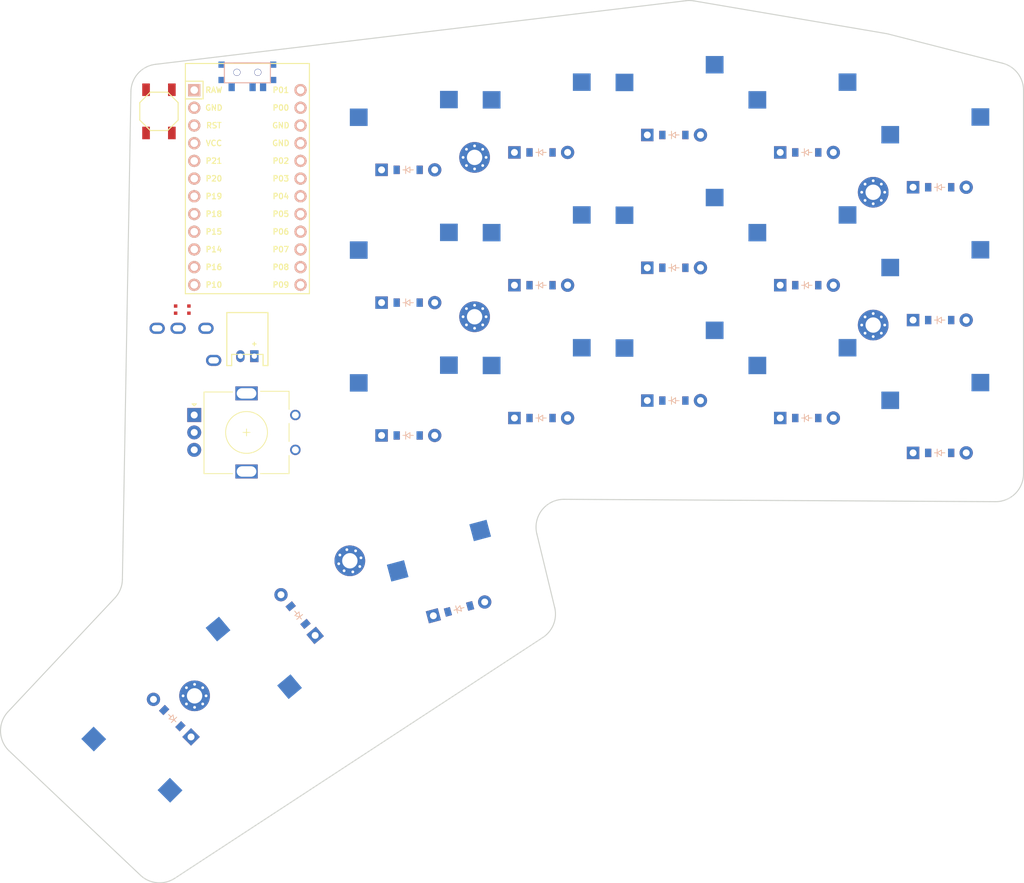
<source format=kicad_pcb>

            
(kicad_pcb (version 20171130) (host pcbnew 5.1.6)

  (page A3)
  (title_block
    (title juubo_right)
    (rev v1.0.0)
    (company Unknown)
  )

  (general
    (thickness 1.6)
  )

  (layers
    (0 F.Cu signal)
    (31 B.Cu signal)
    (32 B.Adhes user)
    (33 F.Adhes user)
    (34 B.Paste user)
    (35 F.Paste user)
    (36 B.SilkS user)
    (37 F.SilkS user)
    (38 B.Mask user)
    (39 F.Mask user)
    (40 Dwgs.User user)
    (41 Cmts.User user)
    (42 Eco1.User user)
    (43 Eco2.User user)
    (44 Edge.Cuts user)
    (45 Margin user)
    (46 B.CrtYd user)
    (47 F.CrtYd user)
    (48 B.Fab user)
    (49 F.Fab user)
  )

  (setup
    (last_trace_width 0.25)
    (trace_clearance 0.2)
    (zone_clearance 0.508)
    (zone_45_only no)
    (trace_min 0.2)
    (via_size 0.8)
    (via_drill 0.4)
    (via_min_size 0.4)
    (via_min_drill 0.3)
    (uvia_size 0.3)
    (uvia_drill 0.1)
    (uvias_allowed no)
    (uvia_min_size 0.2)
    (uvia_min_drill 0.1)
    (edge_width 0.05)
    (segment_width 0.2)
    (pcb_text_width 0.3)
    (pcb_text_size 1.5 1.5)
    (mod_edge_width 0.12)
    (mod_text_size 1 1)
    (mod_text_width 0.15)
    (pad_size 1.524 1.524)
    (pad_drill 0.762)
    (pad_to_mask_clearance 0.05)
    (aux_axis_origin 0 0)
    (visible_elements FFFFFF7F)
    (pcbplotparams
      (layerselection 0x010fc_ffffffff)
      (usegerberextensions false)
      (usegerberattributes true)
      (usegerberadvancedattributes true)
      (creategerberjobfile true)
      (excludeedgelayer true)
      (linewidth 0.100000)
      (plotframeref false)
      (viasonmask false)
      (mode 1)
      (useauxorigin false)
      (hpglpennumber 1)
      (hpglpenspeed 20)
      (hpglpendiameter 15.000000)
      (psnegative false)
      (psa4output false)
      (plotreference true)
      (plotvalue true)
      (plotinvisibletext false)
      (padsonsilk false)
      (subtractmaskfromsilk false)
      (outputformat 1)
      (mirror false)
      (drillshape 1)
      (scaleselection 1)
      (outputdirectory ""))
  )

            (net 0 "")
(net 1 "P19")
(net 2 "GND")
(net 3 "P20")
(net 4 "P21")
(net 5 "P4")
(net 6 "mirror_pinky_bottom")
(net 7 "mirror_pinky_home")
(net 8 "mirror_pinky_top")
(net 9 "P5")
(net 10 "mirror_ring_bottom")
(net 11 "mirror_ring_home")
(net 12 "mirror_ring_top")
(net 13 "P6")
(net 14 "mirror_middle_bottom")
(net 15 "mirror_middle_home")
(net 16 "mirror_middle_top")
(net 17 "P7")
(net 18 "mirror_index_bottom")
(net 19 "mirror_index_home")
(net 20 "mirror_index_top")
(net 21 "P8")
(net 22 "mirror_inner_bottom")
(net 23 "mirror_inner_home")
(net 24 "mirror_inner_top")
(net 25 "mirror_layer_cluster")
(net 26 "mirror_space_cluster")
(net 27 "mirror_extra_cluster")
(net 28 "P16")
(net 29 "P14")
(net 30 "P15")
(net 31 "P10")
(net 32 "RAW")
(net 33 "RST")
(net 34 "VCC")
(net 35 "P18")
(net 36 "P1")
(net 37 "P0")
(net 38 "P2")
(net 39 "P3")
(net 40 "P9")
(net 41 "B+")
            
  (net_class Default "This is the default net class."
    (clearance 0.2)
    (trace_width 0.25)
    (via_dia 0.8)
    (via_drill 0.4)
    (uvia_dia 0.3)
    (uvia_drill 0.1)
    (add_net "")
(add_net "P19")
(add_net "GND")
(add_net "P20")
(add_net "P21")
(add_net "P4")
(add_net "mirror_pinky_bottom")
(add_net "mirror_pinky_home")
(add_net "mirror_pinky_top")
(add_net "P5")
(add_net "mirror_ring_bottom")
(add_net "mirror_ring_home")
(add_net "mirror_ring_top")
(add_net "P6")
(add_net "mirror_middle_bottom")
(add_net "mirror_middle_home")
(add_net "mirror_middle_top")
(add_net "P7")
(add_net "mirror_index_bottom")
(add_net "mirror_index_home")
(add_net "mirror_index_top")
(add_net "P8")
(add_net "mirror_inner_bottom")
(add_net "mirror_inner_home")
(add_net "mirror_inner_top")
(add_net "mirror_layer_cluster")
(add_net "mirror_space_cluster")
(add_net "mirror_extra_cluster")
(add_net "P16")
(add_net "P14")
(add_net "P15")
(add_net "P10")
(add_net "RAW")
(add_net "RST")
(add_net "VCC")
(add_net "P18")
(add_net "P1")
(add_net "P0")
(add_net "P2")
(add_net "P3")
(add_net "P9")
(add_net "B+")
  )

            
        (module rotary_encoder (layer F.Cu) (tedit 603326DE)

            (at 286.5 102.11 0)
        
            
            (fp_text reference "ROT1" (at 0 0.5) (layer F.SilkS) 
                hide (effects (font (size 1 1) (thickness 0.15))))
            (fp_text value "" (at 0 8.89) (layer F.Fab)
                (effects (font (size 1 1) (thickness 0.15))))

            
            (fp_line (start -0.62 -0.04) (end 0.38 -0.04) (layer F.SilkS) (width 0.12))
            (fp_line (start -0.12 -0.54) (end -0.12 0.46) (layer F.SilkS) (width 0.12))
            (fp_line (start 5.98 3.26) (end 5.98 5.86) (layer F.SilkS) (width 0.12))
            (fp_line (start 5.98 -1.34) (end 5.98 1.26) (layer F.SilkS) (width 0.12))
            (fp_line (start 5.98 -5.94) (end 5.98 -3.34) (layer F.SilkS) (width 0.12))
            (fp_line (start -3.12 -0.04) (end 2.88 -0.04) (layer F.Fab) (width 0.12))
            (fp_line (start -0.12 -3.04) (end -0.12 2.96) (layer F.Fab) (width 0.12))
            (fp_line (start -7.32 -4.14) (end -7.62 -3.84) (layer F.SilkS) (width 0.12))
            (fp_line (start -7.92 -4.14) (end -7.32 -4.14) (layer F.SilkS) (width 0.12))
            (fp_line (start -7.62 -3.84) (end -7.92 -4.14) (layer F.SilkS) (width 0.12))
            (fp_line (start -6.22 -5.84) (end -6.22 5.86) (layer F.SilkS) (width 0.12))
            (fp_line (start -2.12 -5.84) (end -6.22 -5.84) (layer F.SilkS) (width 0.12))
            (fp_line (start -2.12 5.86) (end -6.22 5.86) (layer F.SilkS) (width 0.12))
            (fp_line (start 5.98 5.86) (end 1.88 5.86) (layer F.SilkS) (width 0.12))
            (fp_line (start 1.88 -5.94) (end 5.98 -5.94) (layer F.SilkS) (width 0.12))
            (fp_line (start -6.12 -4.74) (end -5.12 -5.84) (layer F.Fab) (width 0.12))
            (fp_line (start -6.12 5.76) (end -6.12 -4.74) (layer F.Fab) (width 0.12))
            (fp_line (start 5.88 5.76) (end -6.12 5.76) (layer F.Fab) (width 0.12))
            (fp_line (start 5.88 -5.84) (end 5.88 5.76) (layer F.Fab) (width 0.12))
            (fp_line (start -5.12 -5.84) (end 5.88 -5.84) (layer F.Fab) (width 0.12))
            (fp_line (start -8.87 -6.89) (end 7.88 -6.89) (layer F.CrtYd) (width 0.05))
            (fp_line (start -8.87 -6.89) (end -8.87 6.81) (layer F.CrtYd) (width 0.05))
            (fp_line (start 7.88 6.81) (end 7.88 -6.89) (layer F.CrtYd) (width 0.05))
            (fp_line (start 7.88 6.81) (end -8.87 6.81) (layer F.CrtYd) (width 0.05))
            (fp_circle (center -0.12 -0.04) (end 2.88 -0.04) (layer F.SilkS) (width 0.12))
            (fp_circle (center -0.12 -0.04) (end 2.88 -0.04) (layer F.Fab) (width 0.12))

            
            (pad A thru_hole rect (at -7.62 -2.54 0) (size 2 2) (drill 1) (layers *.Cu *.Mask) (net 3 "P20"))
            (pad C thru_hole circle (at -7.62 -0.04) (size 2 2) (drill 1) (layers *.Cu *.Mask) (net 2 "GND"))
            (pad B thru_hole circle (at -7.62 2.46) (size 2 2) (drill 1) (layers *.Cu *.Mask) (net 4 "P21"))
            (pad 1 thru_hole circle (at 6.88 -2.54) (size 1.5 1.5) (drill 1) (layers *.Cu *.Mask) (net 1 "P19"))
            (pad 2 thru_hole circle (at 6.88 2.46) (size 1.5 1.5) (drill 1) (layers *.Cu *.Mask) (net 2 "GND"))

            
            (pad "" thru_hole rect (at -0.12 -5.64 0) (size 3.2 2) (drill oval 2.8 1.5) (layers *.Cu *.Mask))
            (pad "" thru_hole rect (at -0.12 5.56 0)  (size 3.2 2) (drill oval 2.8 1.5) (layers *.Cu *.Mask))
        )
    

        
      (module MX (layer F.Cu) (tedit 5DD4F656)
      (at 385.75 100 0)

      
      (fp_text reference "S1" (at 0 0) (layer F.SilkS) hide (effects (font (size 1.27 1.27) (thickness 0.15))))
      (fp_text value "" (at 0 0) (layer F.SilkS) hide (effects (font (size 1.27 1.27) (thickness 0.15))))

      
      (fp_line (start -7 -6) (end -7 -7) (layer Dwgs.User) (width 0.15))
      (fp_line (start -7 7) (end -6 7) (layer Dwgs.User) (width 0.15))
      (fp_line (start -6 -7) (end -7 -7) (layer Dwgs.User) (width 0.15))
      (fp_line (start -7 7) (end -7 6) (layer Dwgs.User) (width 0.15))
      (fp_line (start 7 6) (end 7 7) (layer Dwgs.User) (width 0.15))
      (fp_line (start 7 -7) (end 6 -7) (layer Dwgs.User) (width 0.15))
      (fp_line (start 6 7) (end 7 7) (layer Dwgs.User) (width 0.15))
      (fp_line (start 7 -7) (end 7 -6) (layer Dwgs.User) (width 0.15))
    
      
      (pad "" np_thru_hole circle (at 0 0) (size 3.9878 3.9878) (drill 3.9878) (layers *.Cu *.Mask))

      
      (pad "" np_thru_hole circle (at 5.08 0) (size 1.7018 1.7018) (drill 1.7018) (layers *.Cu *.Mask))
      (pad "" np_thru_hole circle (at -5.08 0) (size 1.7018 1.7018) (drill 1.7018) (layers *.Cu *.Mask))
      
        
      
      (fp_line (start -9.5 -9.5) (end 9.5 -9.5) (layer Dwgs.User) (width 0.15))
      (fp_line (start 9.5 -9.5) (end 9.5 9.5) (layer Dwgs.User) (width 0.15))
      (fp_line (start 9.5 9.5) (end -9.5 9.5) (layer Dwgs.User) (width 0.15))
      (fp_line (start -9.5 9.5) (end -9.5 -9.5) (layer Dwgs.User) (width 0.15))
      
        
        
        (pad "" np_thru_hole circle (at 2.54 -5.08) (size 3 3) (drill 3) (layers *.Cu *.Mask))
        (pad "" np_thru_hole circle (at -3.81 -2.54) (size 3 3) (drill 3) (layers *.Cu *.Mask))
        
        
        (pad 1 smd rect (at -7.085 -2.54 0) (size 2.55 2.5) (layers B.Cu B.Paste B.Mask) (net 5 "P4"))
        (pad 2 smd rect (at 5.842 -5.08 0) (size 2.55 2.5) (layers B.Cu B.Paste B.Mask) (net 6 "mirror_pinky_bottom"))
        )
        

        
      (module MX (layer F.Cu) (tedit 5DD4F656)
      (at 385.75 80.95 0)

      
      (fp_text reference "S2" (at 0 0) (layer F.SilkS) hide (effects (font (size 1.27 1.27) (thickness 0.15))))
      (fp_text value "" (at 0 0) (layer F.SilkS) hide (effects (font (size 1.27 1.27) (thickness 0.15))))

      
      (fp_line (start -7 -6) (end -7 -7) (layer Dwgs.User) (width 0.15))
      (fp_line (start -7 7) (end -6 7) (layer Dwgs.User) (width 0.15))
      (fp_line (start -6 -7) (end -7 -7) (layer Dwgs.User) (width 0.15))
      (fp_line (start -7 7) (end -7 6) (layer Dwgs.User) (width 0.15))
      (fp_line (start 7 6) (end 7 7) (layer Dwgs.User) (width 0.15))
      (fp_line (start 7 -7) (end 6 -7) (layer Dwgs.User) (width 0.15))
      (fp_line (start 6 7) (end 7 7) (layer Dwgs.User) (width 0.15))
      (fp_line (start 7 -7) (end 7 -6) (layer Dwgs.User) (width 0.15))
    
      
      (pad "" np_thru_hole circle (at 0 0) (size 3.9878 3.9878) (drill 3.9878) (layers *.Cu *.Mask))

      
      (pad "" np_thru_hole circle (at 5.08 0) (size 1.7018 1.7018) (drill 1.7018) (layers *.Cu *.Mask))
      (pad "" np_thru_hole circle (at -5.08 0) (size 1.7018 1.7018) (drill 1.7018) (layers *.Cu *.Mask))
      
        
      
      (fp_line (start -9.5 -9.5) (end 9.5 -9.5) (layer Dwgs.User) (width 0.15))
      (fp_line (start 9.5 -9.5) (end 9.5 9.5) (layer Dwgs.User) (width 0.15))
      (fp_line (start 9.5 9.5) (end -9.5 9.5) (layer Dwgs.User) (width 0.15))
      (fp_line (start -9.5 9.5) (end -9.5 -9.5) (layer Dwgs.User) (width 0.15))
      
        
        
        (pad "" np_thru_hole circle (at 2.54 -5.08) (size 3 3) (drill 3) (layers *.Cu *.Mask))
        (pad "" np_thru_hole circle (at -3.81 -2.54) (size 3 3) (drill 3) (layers *.Cu *.Mask))
        
        
        (pad 1 smd rect (at -7.085 -2.54 0) (size 2.55 2.5) (layers B.Cu B.Paste B.Mask) (net 5 "P4"))
        (pad 2 smd rect (at 5.842 -5.08 0) (size 2.55 2.5) (layers B.Cu B.Paste B.Mask) (net 7 "mirror_pinky_home"))
        )
        

        
      (module MX (layer F.Cu) (tedit 5DD4F656)
      (at 385.75 61.900000000000006 0)

      
      (fp_text reference "S3" (at 0 0) (layer F.SilkS) hide (effects (font (size 1.27 1.27) (thickness 0.15))))
      (fp_text value "" (at 0 0) (layer F.SilkS) hide (effects (font (size 1.27 1.27) (thickness 0.15))))

      
      (fp_line (start -7 -6) (end -7 -7) (layer Dwgs.User) (width 0.15))
      (fp_line (start -7 7) (end -6 7) (layer Dwgs.User) (width 0.15))
      (fp_line (start -6 -7) (end -7 -7) (layer Dwgs.User) (width 0.15))
      (fp_line (start -7 7) (end -7 6) (layer Dwgs.User) (width 0.15))
      (fp_line (start 7 6) (end 7 7) (layer Dwgs.User) (width 0.15))
      (fp_line (start 7 -7) (end 6 -7) (layer Dwgs.User) (width 0.15))
      (fp_line (start 6 7) (end 7 7) (layer Dwgs.User) (width 0.15))
      (fp_line (start 7 -7) (end 7 -6) (layer Dwgs.User) (width 0.15))
    
      
      (pad "" np_thru_hole circle (at 0 0) (size 3.9878 3.9878) (drill 3.9878) (layers *.Cu *.Mask))

      
      (pad "" np_thru_hole circle (at 5.08 0) (size 1.7018 1.7018) (drill 1.7018) (layers *.Cu *.Mask))
      (pad "" np_thru_hole circle (at -5.08 0) (size 1.7018 1.7018) (drill 1.7018) (layers *.Cu *.Mask))
      
        
      
      (fp_line (start -9.5 -9.5) (end 9.5 -9.5) (layer Dwgs.User) (width 0.15))
      (fp_line (start 9.5 -9.5) (end 9.5 9.5) (layer Dwgs.User) (width 0.15))
      (fp_line (start 9.5 9.5) (end -9.5 9.5) (layer Dwgs.User) (width 0.15))
      (fp_line (start -9.5 9.5) (end -9.5 -9.5) (layer Dwgs.User) (width 0.15))
      
        
        
        (pad "" np_thru_hole circle (at 2.54 -5.08) (size 3 3) (drill 3) (layers *.Cu *.Mask))
        (pad "" np_thru_hole circle (at -3.81 -2.54) (size 3 3) (drill 3) (layers *.Cu *.Mask))
        
        
        (pad 1 smd rect (at -7.085 -2.54 0) (size 2.55 2.5) (layers B.Cu B.Paste B.Mask) (net 5 "P4"))
        (pad 2 smd rect (at 5.842 -5.08 0) (size 2.55 2.5) (layers B.Cu B.Paste B.Mask) (net 8 "mirror_pinky_top"))
        )
        

        
      (module MX (layer F.Cu) (tedit 5DD4F656)
      (at 366.7 95 0)

      
      (fp_text reference "S4" (at 0 0) (layer F.SilkS) hide (effects (font (size 1.27 1.27) (thickness 0.15))))
      (fp_text value "" (at 0 0) (layer F.SilkS) hide (effects (font (size 1.27 1.27) (thickness 0.15))))

      
      (fp_line (start -7 -6) (end -7 -7) (layer Dwgs.User) (width 0.15))
      (fp_line (start -7 7) (end -6 7) (layer Dwgs.User) (width 0.15))
      (fp_line (start -6 -7) (end -7 -7) (layer Dwgs.User) (width 0.15))
      (fp_line (start -7 7) (end -7 6) (layer Dwgs.User) (width 0.15))
      (fp_line (start 7 6) (end 7 7) (layer Dwgs.User) (width 0.15))
      (fp_line (start 7 -7) (end 6 -7) (layer Dwgs.User) (width 0.15))
      (fp_line (start 6 7) (end 7 7) (layer Dwgs.User) (width 0.15))
      (fp_line (start 7 -7) (end 7 -6) (layer Dwgs.User) (width 0.15))
    
      
      (pad "" np_thru_hole circle (at 0 0) (size 3.9878 3.9878) (drill 3.9878) (layers *.Cu *.Mask))

      
      (pad "" np_thru_hole circle (at 5.08 0) (size 1.7018 1.7018) (drill 1.7018) (layers *.Cu *.Mask))
      (pad "" np_thru_hole circle (at -5.08 0) (size 1.7018 1.7018) (drill 1.7018) (layers *.Cu *.Mask))
      
        
      
      (fp_line (start -9.5 -9.5) (end 9.5 -9.5) (layer Dwgs.User) (width 0.15))
      (fp_line (start 9.5 -9.5) (end 9.5 9.5) (layer Dwgs.User) (width 0.15))
      (fp_line (start 9.5 9.5) (end -9.5 9.5) (layer Dwgs.User) (width 0.15))
      (fp_line (start -9.5 9.5) (end -9.5 -9.5) (layer Dwgs.User) (width 0.15))
      
        
        
        (pad "" np_thru_hole circle (at 2.54 -5.08) (size 3 3) (drill 3) (layers *.Cu *.Mask))
        (pad "" np_thru_hole circle (at -3.81 -2.54) (size 3 3) (drill 3) (layers *.Cu *.Mask))
        
        
        (pad 1 smd rect (at -7.085 -2.54 0) (size 2.55 2.5) (layers B.Cu B.Paste B.Mask) (net 9 "P5"))
        (pad 2 smd rect (at 5.842 -5.08 0) (size 2.55 2.5) (layers B.Cu B.Paste B.Mask) (net 10 "mirror_ring_bottom"))
        )
        

        
      (module MX (layer F.Cu) (tedit 5DD4F656)
      (at 366.7 75.95 0)

      
      (fp_text reference "S5" (at 0 0) (layer F.SilkS) hide (effects (font (size 1.27 1.27) (thickness 0.15))))
      (fp_text value "" (at 0 0) (layer F.SilkS) hide (effects (font (size 1.27 1.27) (thickness 0.15))))

      
      (fp_line (start -7 -6) (end -7 -7) (layer Dwgs.User) (width 0.15))
      (fp_line (start -7 7) (end -6 7) (layer Dwgs.User) (width 0.15))
      (fp_line (start -6 -7) (end -7 -7) (layer Dwgs.User) (width 0.15))
      (fp_line (start -7 7) (end -7 6) (layer Dwgs.User) (width 0.15))
      (fp_line (start 7 6) (end 7 7) (layer Dwgs.User) (width 0.15))
      (fp_line (start 7 -7) (end 6 -7) (layer Dwgs.User) (width 0.15))
      (fp_line (start 6 7) (end 7 7) (layer Dwgs.User) (width 0.15))
      (fp_line (start 7 -7) (end 7 -6) (layer Dwgs.User) (width 0.15))
    
      
      (pad "" np_thru_hole circle (at 0 0) (size 3.9878 3.9878) (drill 3.9878) (layers *.Cu *.Mask))

      
      (pad "" np_thru_hole circle (at 5.08 0) (size 1.7018 1.7018) (drill 1.7018) (layers *.Cu *.Mask))
      (pad "" np_thru_hole circle (at -5.08 0) (size 1.7018 1.7018) (drill 1.7018) (layers *.Cu *.Mask))
      
        
      
      (fp_line (start -9.5 -9.5) (end 9.5 -9.5) (layer Dwgs.User) (width 0.15))
      (fp_line (start 9.5 -9.5) (end 9.5 9.5) (layer Dwgs.User) (width 0.15))
      (fp_line (start 9.5 9.5) (end -9.5 9.5) (layer Dwgs.User) (width 0.15))
      (fp_line (start -9.5 9.5) (end -9.5 -9.5) (layer Dwgs.User) (width 0.15))
      
        
        
        (pad "" np_thru_hole circle (at 2.54 -5.08) (size 3 3) (drill 3) (layers *.Cu *.Mask))
        (pad "" np_thru_hole circle (at -3.81 -2.54) (size 3 3) (drill 3) (layers *.Cu *.Mask))
        
        
        (pad 1 smd rect (at -7.085 -2.54 0) (size 2.55 2.5) (layers B.Cu B.Paste B.Mask) (net 9 "P5"))
        (pad 2 smd rect (at 5.842 -5.08 0) (size 2.55 2.5) (layers B.Cu B.Paste B.Mask) (net 11 "mirror_ring_home"))
        )
        

        
      (module MX (layer F.Cu) (tedit 5DD4F656)
      (at 366.7 56.900000000000006 0)

      
      (fp_text reference "S6" (at 0 0) (layer F.SilkS) hide (effects (font (size 1.27 1.27) (thickness 0.15))))
      (fp_text value "" (at 0 0) (layer F.SilkS) hide (effects (font (size 1.27 1.27) (thickness 0.15))))

      
      (fp_line (start -7 -6) (end -7 -7) (layer Dwgs.User) (width 0.15))
      (fp_line (start -7 7) (end -6 7) (layer Dwgs.User) (width 0.15))
      (fp_line (start -6 -7) (end -7 -7) (layer Dwgs.User) (width 0.15))
      (fp_line (start -7 7) (end -7 6) (layer Dwgs.User) (width 0.15))
      (fp_line (start 7 6) (end 7 7) (layer Dwgs.User) (width 0.15))
      (fp_line (start 7 -7) (end 6 -7) (layer Dwgs.User) (width 0.15))
      (fp_line (start 6 7) (end 7 7) (layer Dwgs.User) (width 0.15))
      (fp_line (start 7 -7) (end 7 -6) (layer Dwgs.User) (width 0.15))
    
      
      (pad "" np_thru_hole circle (at 0 0) (size 3.9878 3.9878) (drill 3.9878) (layers *.Cu *.Mask))

      
      (pad "" np_thru_hole circle (at 5.08 0) (size 1.7018 1.7018) (drill 1.7018) (layers *.Cu *.Mask))
      (pad "" np_thru_hole circle (at -5.08 0) (size 1.7018 1.7018) (drill 1.7018) (layers *.Cu *.Mask))
      
        
      
      (fp_line (start -9.5 -9.5) (end 9.5 -9.5) (layer Dwgs.User) (width 0.15))
      (fp_line (start 9.5 -9.5) (end 9.5 9.5) (layer Dwgs.User) (width 0.15))
      (fp_line (start 9.5 9.5) (end -9.5 9.5) (layer Dwgs.User) (width 0.15))
      (fp_line (start -9.5 9.5) (end -9.5 -9.5) (layer Dwgs.User) (width 0.15))
      
        
        
        (pad "" np_thru_hole circle (at 2.54 -5.08) (size 3 3) (drill 3) (layers *.Cu *.Mask))
        (pad "" np_thru_hole circle (at -3.81 -2.54) (size 3 3) (drill 3) (layers *.Cu *.Mask))
        
        
        (pad 1 smd rect (at -7.085 -2.54 0) (size 2.55 2.5) (layers B.Cu B.Paste B.Mask) (net 9 "P5"))
        (pad 2 smd rect (at 5.842 -5.08 0) (size 2.55 2.5) (layers B.Cu B.Paste B.Mask) (net 12 "mirror_ring_top"))
        )
        

        
      (module MX (layer F.Cu) (tedit 5DD4F656)
      (at 347.65 92.5 0)

      
      (fp_text reference "S7" (at 0 0) (layer F.SilkS) hide (effects (font (size 1.27 1.27) (thickness 0.15))))
      (fp_text value "" (at 0 0) (layer F.SilkS) hide (effects (font (size 1.27 1.27) (thickness 0.15))))

      
      (fp_line (start -7 -6) (end -7 -7) (layer Dwgs.User) (width 0.15))
      (fp_line (start -7 7) (end -6 7) (layer Dwgs.User) (width 0.15))
      (fp_line (start -6 -7) (end -7 -7) (layer Dwgs.User) (width 0.15))
      (fp_line (start -7 7) (end -7 6) (layer Dwgs.User) (width 0.15))
      (fp_line (start 7 6) (end 7 7) (layer Dwgs.User) (width 0.15))
      (fp_line (start 7 -7) (end 6 -7) (layer Dwgs.User) (width 0.15))
      (fp_line (start 6 7) (end 7 7) (layer Dwgs.User) (width 0.15))
      (fp_line (start 7 -7) (end 7 -6) (layer Dwgs.User) (width 0.15))
    
      
      (pad "" np_thru_hole circle (at 0 0) (size 3.9878 3.9878) (drill 3.9878) (layers *.Cu *.Mask))

      
      (pad "" np_thru_hole circle (at 5.08 0) (size 1.7018 1.7018) (drill 1.7018) (layers *.Cu *.Mask))
      (pad "" np_thru_hole circle (at -5.08 0) (size 1.7018 1.7018) (drill 1.7018) (layers *.Cu *.Mask))
      
        
      
      (fp_line (start -9.5 -9.5) (end 9.5 -9.5) (layer Dwgs.User) (width 0.15))
      (fp_line (start 9.5 -9.5) (end 9.5 9.5) (layer Dwgs.User) (width 0.15))
      (fp_line (start 9.5 9.5) (end -9.5 9.5) (layer Dwgs.User) (width 0.15))
      (fp_line (start -9.5 9.5) (end -9.5 -9.5) (layer Dwgs.User) (width 0.15))
      
        
        
        (pad "" np_thru_hole circle (at 2.54 -5.08) (size 3 3) (drill 3) (layers *.Cu *.Mask))
        (pad "" np_thru_hole circle (at -3.81 -2.54) (size 3 3) (drill 3) (layers *.Cu *.Mask))
        
        
        (pad 1 smd rect (at -7.085 -2.54 0) (size 2.55 2.5) (layers B.Cu B.Paste B.Mask) (net 13 "P6"))
        (pad 2 smd rect (at 5.842 -5.08 0) (size 2.55 2.5) (layers B.Cu B.Paste B.Mask) (net 14 "mirror_middle_bottom"))
        )
        

        
      (module MX (layer F.Cu) (tedit 5DD4F656)
      (at 347.65 73.45 0)

      
      (fp_text reference "S8" (at 0 0) (layer F.SilkS) hide (effects (font (size 1.27 1.27) (thickness 0.15))))
      (fp_text value "" (at 0 0) (layer F.SilkS) hide (effects (font (size 1.27 1.27) (thickness 0.15))))

      
      (fp_line (start -7 -6) (end -7 -7) (layer Dwgs.User) (width 0.15))
      (fp_line (start -7 7) (end -6 7) (layer Dwgs.User) (width 0.15))
      (fp_line (start -6 -7) (end -7 -7) (layer Dwgs.User) (width 0.15))
      (fp_line (start -7 7) (end -7 6) (layer Dwgs.User) (width 0.15))
      (fp_line (start 7 6) (end 7 7) (layer Dwgs.User) (width 0.15))
      (fp_line (start 7 -7) (end 6 -7) (layer Dwgs.User) (width 0.15))
      (fp_line (start 6 7) (end 7 7) (layer Dwgs.User) (width 0.15))
      (fp_line (start 7 -7) (end 7 -6) (layer Dwgs.User) (width 0.15))
    
      
      (pad "" np_thru_hole circle (at 0 0) (size 3.9878 3.9878) (drill 3.9878) (layers *.Cu *.Mask))

      
      (pad "" np_thru_hole circle (at 5.08 0) (size 1.7018 1.7018) (drill 1.7018) (layers *.Cu *.Mask))
      (pad "" np_thru_hole circle (at -5.08 0) (size 1.7018 1.7018) (drill 1.7018) (layers *.Cu *.Mask))
      
        
      
      (fp_line (start -9.5 -9.5) (end 9.5 -9.5) (layer Dwgs.User) (width 0.15))
      (fp_line (start 9.5 -9.5) (end 9.5 9.5) (layer Dwgs.User) (width 0.15))
      (fp_line (start 9.5 9.5) (end -9.5 9.5) (layer Dwgs.User) (width 0.15))
      (fp_line (start -9.5 9.5) (end -9.5 -9.5) (layer Dwgs.User) (width 0.15))
      
        
        
        (pad "" np_thru_hole circle (at 2.54 -5.08) (size 3 3) (drill 3) (layers *.Cu *.Mask))
        (pad "" np_thru_hole circle (at -3.81 -2.54) (size 3 3) (drill 3) (layers *.Cu *.Mask))
        
        
        (pad 1 smd rect (at -7.085 -2.54 0) (size 2.55 2.5) (layers B.Cu B.Paste B.Mask) (net 13 "P6"))
        (pad 2 smd rect (at 5.842 -5.08 0) (size 2.55 2.5) (layers B.Cu B.Paste B.Mask) (net 15 "mirror_middle_home"))
        )
        

        
      (module MX (layer F.Cu) (tedit 5DD4F656)
      (at 347.65 54.400000000000006 0)

      
      (fp_text reference "S9" (at 0 0) (layer F.SilkS) hide (effects (font (size 1.27 1.27) (thickness 0.15))))
      (fp_text value "" (at 0 0) (layer F.SilkS) hide (effects (font (size 1.27 1.27) (thickness 0.15))))

      
      (fp_line (start -7 -6) (end -7 -7) (layer Dwgs.User) (width 0.15))
      (fp_line (start -7 7) (end -6 7) (layer Dwgs.User) (width 0.15))
      (fp_line (start -6 -7) (end -7 -7) (layer Dwgs.User) (width 0.15))
      (fp_line (start -7 7) (end -7 6) (layer Dwgs.User) (width 0.15))
      (fp_line (start 7 6) (end 7 7) (layer Dwgs.User) (width 0.15))
      (fp_line (start 7 -7) (end 6 -7) (layer Dwgs.User) (width 0.15))
      (fp_line (start 6 7) (end 7 7) (layer Dwgs.User) (width 0.15))
      (fp_line (start 7 -7) (end 7 -6) (layer Dwgs.User) (width 0.15))
    
      
      (pad "" np_thru_hole circle (at 0 0) (size 3.9878 3.9878) (drill 3.9878) (layers *.Cu *.Mask))

      
      (pad "" np_thru_hole circle (at 5.08 0) (size 1.7018 1.7018) (drill 1.7018) (layers *.Cu *.Mask))
      (pad "" np_thru_hole circle (at -5.08 0) (size 1.7018 1.7018) (drill 1.7018) (layers *.Cu *.Mask))
      
        
      
      (fp_line (start -9.5 -9.5) (end 9.5 -9.5) (layer Dwgs.User) (width 0.15))
      (fp_line (start 9.5 -9.5) (end 9.5 9.5) (layer Dwgs.User) (width 0.15))
      (fp_line (start 9.5 9.5) (end -9.5 9.5) (layer Dwgs.User) (width 0.15))
      (fp_line (start -9.5 9.5) (end -9.5 -9.5) (layer Dwgs.User) (width 0.15))
      
        
        
        (pad "" np_thru_hole circle (at 2.54 -5.08) (size 3 3) (drill 3) (layers *.Cu *.Mask))
        (pad "" np_thru_hole circle (at -3.81 -2.54) (size 3 3) (drill 3) (layers *.Cu *.Mask))
        
        
        (pad 1 smd rect (at -7.085 -2.54 0) (size 2.55 2.5) (layers B.Cu B.Paste B.Mask) (net 13 "P6"))
        (pad 2 smd rect (at 5.842 -5.08 0) (size 2.55 2.5) (layers B.Cu B.Paste B.Mask) (net 16 "mirror_middle_top"))
        )
        

        
      (module MX (layer F.Cu) (tedit 5DD4F656)
      (at 328.6 95 0)

      
      (fp_text reference "S10" (at 0 0) (layer F.SilkS) hide (effects (font (size 1.27 1.27) (thickness 0.15))))
      (fp_text value "" (at 0 0) (layer F.SilkS) hide (effects (font (size 1.27 1.27) (thickness 0.15))))

      
      (fp_line (start -7 -6) (end -7 -7) (layer Dwgs.User) (width 0.15))
      (fp_line (start -7 7) (end -6 7) (layer Dwgs.User) (width 0.15))
      (fp_line (start -6 -7) (end -7 -7) (layer Dwgs.User) (width 0.15))
      (fp_line (start -7 7) (end -7 6) (layer Dwgs.User) (width 0.15))
      (fp_line (start 7 6) (end 7 7) (layer Dwgs.User) (width 0.15))
      (fp_line (start 7 -7) (end 6 -7) (layer Dwgs.User) (width 0.15))
      (fp_line (start 6 7) (end 7 7) (layer Dwgs.User) (width 0.15))
      (fp_line (start 7 -7) (end 7 -6) (layer Dwgs.User) (width 0.15))
    
      
      (pad "" np_thru_hole circle (at 0 0) (size 3.9878 3.9878) (drill 3.9878) (layers *.Cu *.Mask))

      
      (pad "" np_thru_hole circle (at 5.08 0) (size 1.7018 1.7018) (drill 1.7018) (layers *.Cu *.Mask))
      (pad "" np_thru_hole circle (at -5.08 0) (size 1.7018 1.7018) (drill 1.7018) (layers *.Cu *.Mask))
      
        
      
      (fp_line (start -9.5 -9.5) (end 9.5 -9.5) (layer Dwgs.User) (width 0.15))
      (fp_line (start 9.5 -9.5) (end 9.5 9.5) (layer Dwgs.User) (width 0.15))
      (fp_line (start 9.5 9.5) (end -9.5 9.5) (layer Dwgs.User) (width 0.15))
      (fp_line (start -9.5 9.5) (end -9.5 -9.5) (layer Dwgs.User) (width 0.15))
      
        
        
        (pad "" np_thru_hole circle (at 2.54 -5.08) (size 3 3) (drill 3) (layers *.Cu *.Mask))
        (pad "" np_thru_hole circle (at -3.81 -2.54) (size 3 3) (drill 3) (layers *.Cu *.Mask))
        
        
        (pad 1 smd rect (at -7.085 -2.54 0) (size 2.55 2.5) (layers B.Cu B.Paste B.Mask) (net 17 "P7"))
        (pad 2 smd rect (at 5.842 -5.08 0) (size 2.55 2.5) (layers B.Cu B.Paste B.Mask) (net 18 "mirror_index_bottom"))
        )
        

        
      (module MX (layer F.Cu) (tedit 5DD4F656)
      (at 328.6 75.95 0)

      
      (fp_text reference "S11" (at 0 0) (layer F.SilkS) hide (effects (font (size 1.27 1.27) (thickness 0.15))))
      (fp_text value "" (at 0 0) (layer F.SilkS) hide (effects (font (size 1.27 1.27) (thickness 0.15))))

      
      (fp_line (start -7 -6) (end -7 -7) (layer Dwgs.User) (width 0.15))
      (fp_line (start -7 7) (end -6 7) (layer Dwgs.User) (width 0.15))
      (fp_line (start -6 -7) (end -7 -7) (layer Dwgs.User) (width 0.15))
      (fp_line (start -7 7) (end -7 6) (layer Dwgs.User) (width 0.15))
      (fp_line (start 7 6) (end 7 7) (layer Dwgs.User) (width 0.15))
      (fp_line (start 7 -7) (end 6 -7) (layer Dwgs.User) (width 0.15))
      (fp_line (start 6 7) (end 7 7) (layer Dwgs.User) (width 0.15))
      (fp_line (start 7 -7) (end 7 -6) (layer Dwgs.User) (width 0.15))
    
      
      (pad "" np_thru_hole circle (at 0 0) (size 3.9878 3.9878) (drill 3.9878) (layers *.Cu *.Mask))

      
      (pad "" np_thru_hole circle (at 5.08 0) (size 1.7018 1.7018) (drill 1.7018) (layers *.Cu *.Mask))
      (pad "" np_thru_hole circle (at -5.08 0) (size 1.7018 1.7018) (drill 1.7018) (layers *.Cu *.Mask))
      
        
      
      (fp_line (start -9.5 -9.5) (end 9.5 -9.5) (layer Dwgs.User) (width 0.15))
      (fp_line (start 9.5 -9.5) (end 9.5 9.5) (layer Dwgs.User) (width 0.15))
      (fp_line (start 9.5 9.5) (end -9.5 9.5) (layer Dwgs.User) (width 0.15))
      (fp_line (start -9.5 9.5) (end -9.5 -9.5) (layer Dwgs.User) (width 0.15))
      
        
        
        (pad "" np_thru_hole circle (at 2.54 -5.08) (size 3 3) (drill 3) (layers *.Cu *.Mask))
        (pad "" np_thru_hole circle (at -3.81 -2.54) (size 3 3) (drill 3) (layers *.Cu *.Mask))
        
        
        (pad 1 smd rect (at -7.085 -2.54 0) (size 2.55 2.5) (layers B.Cu B.Paste B.Mask) (net 17 "P7"))
        (pad 2 smd rect (at 5.842 -5.08 0) (size 2.55 2.5) (layers B.Cu B.Paste B.Mask) (net 19 "mirror_index_home"))
        )
        

        
      (module MX (layer F.Cu) (tedit 5DD4F656)
      (at 328.6 56.900000000000006 0)

      
      (fp_text reference "S12" (at 0 0) (layer F.SilkS) hide (effects (font (size 1.27 1.27) (thickness 0.15))))
      (fp_text value "" (at 0 0) (layer F.SilkS) hide (effects (font (size 1.27 1.27) (thickness 0.15))))

      
      (fp_line (start -7 -6) (end -7 -7) (layer Dwgs.User) (width 0.15))
      (fp_line (start -7 7) (end -6 7) (layer Dwgs.User) (width 0.15))
      (fp_line (start -6 -7) (end -7 -7) (layer Dwgs.User) (width 0.15))
      (fp_line (start -7 7) (end -7 6) (layer Dwgs.User) (width 0.15))
      (fp_line (start 7 6) (end 7 7) (layer Dwgs.User) (width 0.15))
      (fp_line (start 7 -7) (end 6 -7) (layer Dwgs.User) (width 0.15))
      (fp_line (start 6 7) (end 7 7) (layer Dwgs.User) (width 0.15))
      (fp_line (start 7 -7) (end 7 -6) (layer Dwgs.User) (width 0.15))
    
      
      (pad "" np_thru_hole circle (at 0 0) (size 3.9878 3.9878) (drill 3.9878) (layers *.Cu *.Mask))

      
      (pad "" np_thru_hole circle (at 5.08 0) (size 1.7018 1.7018) (drill 1.7018) (layers *.Cu *.Mask))
      (pad "" np_thru_hole circle (at -5.08 0) (size 1.7018 1.7018) (drill 1.7018) (layers *.Cu *.Mask))
      
        
      
      (fp_line (start -9.5 -9.5) (end 9.5 -9.5) (layer Dwgs.User) (width 0.15))
      (fp_line (start 9.5 -9.5) (end 9.5 9.5) (layer Dwgs.User) (width 0.15))
      (fp_line (start 9.5 9.5) (end -9.5 9.5) (layer Dwgs.User) (width 0.15))
      (fp_line (start -9.5 9.5) (end -9.5 -9.5) (layer Dwgs.User) (width 0.15))
      
        
        
        (pad "" np_thru_hole circle (at 2.54 -5.08) (size 3 3) (drill 3) (layers *.Cu *.Mask))
        (pad "" np_thru_hole circle (at -3.81 -2.54) (size 3 3) (drill 3) (layers *.Cu *.Mask))
        
        
        (pad 1 smd rect (at -7.085 -2.54 0) (size 2.55 2.5) (layers B.Cu B.Paste B.Mask) (net 17 "P7"))
        (pad 2 smd rect (at 5.842 -5.08 0) (size 2.55 2.5) (layers B.Cu B.Paste B.Mask) (net 20 "mirror_index_top"))
        )
        

        
      (module MX (layer F.Cu) (tedit 5DD4F656)
      (at 309.55 97.5 0)

      
      (fp_text reference "S13" (at 0 0) (layer F.SilkS) hide (effects (font (size 1.27 1.27) (thickness 0.15))))
      (fp_text value "" (at 0 0) (layer F.SilkS) hide (effects (font (size 1.27 1.27) (thickness 0.15))))

      
      (fp_line (start -7 -6) (end -7 -7) (layer Dwgs.User) (width 0.15))
      (fp_line (start -7 7) (end -6 7) (layer Dwgs.User) (width 0.15))
      (fp_line (start -6 -7) (end -7 -7) (layer Dwgs.User) (width 0.15))
      (fp_line (start -7 7) (end -7 6) (layer Dwgs.User) (width 0.15))
      (fp_line (start 7 6) (end 7 7) (layer Dwgs.User) (width 0.15))
      (fp_line (start 7 -7) (end 6 -7) (layer Dwgs.User) (width 0.15))
      (fp_line (start 6 7) (end 7 7) (layer Dwgs.User) (width 0.15))
      (fp_line (start 7 -7) (end 7 -6) (layer Dwgs.User) (width 0.15))
    
      
      (pad "" np_thru_hole circle (at 0 0) (size 3.9878 3.9878) (drill 3.9878) (layers *.Cu *.Mask))

      
      (pad "" np_thru_hole circle (at 5.08 0) (size 1.7018 1.7018) (drill 1.7018) (layers *.Cu *.Mask))
      (pad "" np_thru_hole circle (at -5.08 0) (size 1.7018 1.7018) (drill 1.7018) (layers *.Cu *.Mask))
      
        
      
      (fp_line (start -9.5 -9.5) (end 9.5 -9.5) (layer Dwgs.User) (width 0.15))
      (fp_line (start 9.5 -9.5) (end 9.5 9.5) (layer Dwgs.User) (width 0.15))
      (fp_line (start 9.5 9.5) (end -9.5 9.5) (layer Dwgs.User) (width 0.15))
      (fp_line (start -9.5 9.5) (end -9.5 -9.5) (layer Dwgs.User) (width 0.15))
      
        
        
        (pad "" np_thru_hole circle (at 2.54 -5.08) (size 3 3) (drill 3) (layers *.Cu *.Mask))
        (pad "" np_thru_hole circle (at -3.81 -2.54) (size 3 3) (drill 3) (layers *.Cu *.Mask))
        
        
        (pad 1 smd rect (at -7.085 -2.54 0) (size 2.55 2.5) (layers B.Cu B.Paste B.Mask) (net 21 "P8"))
        (pad 2 smd rect (at 5.842 -5.08 0) (size 2.55 2.5) (layers B.Cu B.Paste B.Mask) (net 22 "mirror_inner_bottom"))
        )
        

        
      (module MX (layer F.Cu) (tedit 5DD4F656)
      (at 309.55 78.45 0)

      
      (fp_text reference "S14" (at 0 0) (layer F.SilkS) hide (effects (font (size 1.27 1.27) (thickness 0.15))))
      (fp_text value "" (at 0 0) (layer F.SilkS) hide (effects (font (size 1.27 1.27) (thickness 0.15))))

      
      (fp_line (start -7 -6) (end -7 -7) (layer Dwgs.User) (width 0.15))
      (fp_line (start -7 7) (end -6 7) (layer Dwgs.User) (width 0.15))
      (fp_line (start -6 -7) (end -7 -7) (layer Dwgs.User) (width 0.15))
      (fp_line (start -7 7) (end -7 6) (layer Dwgs.User) (width 0.15))
      (fp_line (start 7 6) (end 7 7) (layer Dwgs.User) (width 0.15))
      (fp_line (start 7 -7) (end 6 -7) (layer Dwgs.User) (width 0.15))
      (fp_line (start 6 7) (end 7 7) (layer Dwgs.User) (width 0.15))
      (fp_line (start 7 -7) (end 7 -6) (layer Dwgs.User) (width 0.15))
    
      
      (pad "" np_thru_hole circle (at 0 0) (size 3.9878 3.9878) (drill 3.9878) (layers *.Cu *.Mask))

      
      (pad "" np_thru_hole circle (at 5.08 0) (size 1.7018 1.7018) (drill 1.7018) (layers *.Cu *.Mask))
      (pad "" np_thru_hole circle (at -5.08 0) (size 1.7018 1.7018) (drill 1.7018) (layers *.Cu *.Mask))
      
        
      
      (fp_line (start -9.5 -9.5) (end 9.5 -9.5) (layer Dwgs.User) (width 0.15))
      (fp_line (start 9.5 -9.5) (end 9.5 9.5) (layer Dwgs.User) (width 0.15))
      (fp_line (start 9.5 9.5) (end -9.5 9.5) (layer Dwgs.User) (width 0.15))
      (fp_line (start -9.5 9.5) (end -9.5 -9.5) (layer Dwgs.User) (width 0.15))
      
        
        
        (pad "" np_thru_hole circle (at 2.54 -5.08) (size 3 3) (drill 3) (layers *.Cu *.Mask))
        (pad "" np_thru_hole circle (at -3.81 -2.54) (size 3 3) (drill 3) (layers *.Cu *.Mask))
        
        
        (pad 1 smd rect (at -7.085 -2.54 0) (size 2.55 2.5) (layers B.Cu B.Paste B.Mask) (net 21 "P8"))
        (pad 2 smd rect (at 5.842 -5.08 0) (size 2.55 2.5) (layers B.Cu B.Paste B.Mask) (net 23 "mirror_inner_home"))
        )
        

        
      (module MX (layer F.Cu) (tedit 5DD4F656)
      (at 309.55 59.400000000000006 0)

      
      (fp_text reference "S15" (at 0 0) (layer F.SilkS) hide (effects (font (size 1.27 1.27) (thickness 0.15))))
      (fp_text value "" (at 0 0) (layer F.SilkS) hide (effects (font (size 1.27 1.27) (thickness 0.15))))

      
      (fp_line (start -7 -6) (end -7 -7) (layer Dwgs.User) (width 0.15))
      (fp_line (start -7 7) (end -6 7) (layer Dwgs.User) (width 0.15))
      (fp_line (start -6 -7) (end -7 -7) (layer Dwgs.User) (width 0.15))
      (fp_line (start -7 7) (end -7 6) (layer Dwgs.User) (width 0.15))
      (fp_line (start 7 6) (end 7 7) (layer Dwgs.User) (width 0.15))
      (fp_line (start 7 -7) (end 6 -7) (layer Dwgs.User) (width 0.15))
      (fp_line (start 6 7) (end 7 7) (layer Dwgs.User) (width 0.15))
      (fp_line (start 7 -7) (end 7 -6) (layer Dwgs.User) (width 0.15))
    
      
      (pad "" np_thru_hole circle (at 0 0) (size 3.9878 3.9878) (drill 3.9878) (layers *.Cu *.Mask))

      
      (pad "" np_thru_hole circle (at 5.08 0) (size 1.7018 1.7018) (drill 1.7018) (layers *.Cu *.Mask))
      (pad "" np_thru_hole circle (at -5.08 0) (size 1.7018 1.7018) (drill 1.7018) (layers *.Cu *.Mask))
      
        
      
      (fp_line (start -9.5 -9.5) (end 9.5 -9.5) (layer Dwgs.User) (width 0.15))
      (fp_line (start 9.5 -9.5) (end 9.5 9.5) (layer Dwgs.User) (width 0.15))
      (fp_line (start 9.5 9.5) (end -9.5 9.5) (layer Dwgs.User) (width 0.15))
      (fp_line (start -9.5 9.5) (end -9.5 -9.5) (layer Dwgs.User) (width 0.15))
      
        
        
        (pad "" np_thru_hole circle (at 2.54 -5.08) (size 3 3) (drill 3) (layers *.Cu *.Mask))
        (pad "" np_thru_hole circle (at -3.81 -2.54) (size 3 3) (drill 3) (layers *.Cu *.Mask))
        
        
        (pad 1 smd rect (at -7.085 -2.54 0) (size 2.55 2.5) (layers B.Cu B.Paste B.Mask) (net 21 "P8"))
        (pad 2 smd rect (at 5.842 -5.08 0) (size 2.55 2.5) (layers B.Cu B.Paste B.Mask) (net 24 "mirror_inner_top"))
        )
        

        
      (module MX (layer F.Cu) (tedit 5DD4F656)
      (at 315.55 122.55 15)

      
      (fp_text reference "S16" (at 0 0) (layer F.SilkS) hide (effects (font (size 1.27 1.27) (thickness 0.15))))
      (fp_text value "" (at 0 0) (layer F.SilkS) hide (effects (font (size 1.27 1.27) (thickness 0.15))))

      
      (fp_line (start -7 -6) (end -7 -7) (layer Dwgs.User) (width 0.15))
      (fp_line (start -7 7) (end -6 7) (layer Dwgs.User) (width 0.15))
      (fp_line (start -6 -7) (end -7 -7) (layer Dwgs.User) (width 0.15))
      (fp_line (start -7 7) (end -7 6) (layer Dwgs.User) (width 0.15))
      (fp_line (start 7 6) (end 7 7) (layer Dwgs.User) (width 0.15))
      (fp_line (start 7 -7) (end 6 -7) (layer Dwgs.User) (width 0.15))
      (fp_line (start 6 7) (end 7 7) (layer Dwgs.User) (width 0.15))
      (fp_line (start 7 -7) (end 7 -6) (layer Dwgs.User) (width 0.15))
    
      
      (pad "" np_thru_hole circle (at 0 0) (size 3.9878 3.9878) (drill 3.9878) (layers *.Cu *.Mask))

      
      (pad "" np_thru_hole circle (at 5.08 0) (size 1.7018 1.7018) (drill 1.7018) (layers *.Cu *.Mask))
      (pad "" np_thru_hole circle (at -5.08 0) (size 1.7018 1.7018) (drill 1.7018) (layers *.Cu *.Mask))
      
        
      
      (fp_line (start -9.5 -9.5) (end 9.5 -9.5) (layer Dwgs.User) (width 0.15))
      (fp_line (start 9.5 -9.5) (end 9.5 9.5) (layer Dwgs.User) (width 0.15))
      (fp_line (start 9.5 9.5) (end -9.5 9.5) (layer Dwgs.User) (width 0.15))
      (fp_line (start -9.5 9.5) (end -9.5 -9.5) (layer Dwgs.User) (width 0.15))
      
        
        
        (pad "" np_thru_hole circle (at 2.54 -5.08) (size 3 3) (drill 3) (layers *.Cu *.Mask))
        (pad "" np_thru_hole circle (at -3.81 -2.54) (size 3 3) (drill 3) (layers *.Cu *.Mask))
        
        
        (pad 1 smd rect (at -7.085 -2.54 15) (size 2.55 2.5) (layers B.Cu B.Paste B.Mask) (net 13 "P6"))
        (pad 2 smd rect (at 5.842 -5.08 15) (size 2.55 2.5) (layers B.Cu B.Paste B.Mask) (net 25 "mirror_layer_cluster"))
        )
        

        
      (module MX (layer F.Cu) (tedit 5DD4F656)
      (at 289.9393445 131.48290680000002 130)

      
      (fp_text reference "S17" (at 0 0) (layer F.SilkS) hide (effects (font (size 1.27 1.27) (thickness 0.15))))
      (fp_text value "" (at 0 0) (layer F.SilkS) hide (effects (font (size 1.27 1.27) (thickness 0.15))))

      
      (fp_line (start -7 -6) (end -7 -7) (layer Dwgs.User) (width 0.15))
      (fp_line (start -7 7) (end -6 7) (layer Dwgs.User) (width 0.15))
      (fp_line (start -6 -7) (end -7 -7) (layer Dwgs.User) (width 0.15))
      (fp_line (start -7 7) (end -7 6) (layer Dwgs.User) (width 0.15))
      (fp_line (start 7 6) (end 7 7) (layer Dwgs.User) (width 0.15))
      (fp_line (start 7 -7) (end 6 -7) (layer Dwgs.User) (width 0.15))
      (fp_line (start 6 7) (end 7 7) (layer Dwgs.User) (width 0.15))
      (fp_line (start 7 -7) (end 7 -6) (layer Dwgs.User) (width 0.15))
    
      
      (pad "" np_thru_hole circle (at 0 0) (size 3.9878 3.9878) (drill 3.9878) (layers *.Cu *.Mask))

      
      (pad "" np_thru_hole circle (at 5.08 0) (size 1.7018 1.7018) (drill 1.7018) (layers *.Cu *.Mask))
      (pad "" np_thru_hole circle (at -5.08 0) (size 1.7018 1.7018) (drill 1.7018) (layers *.Cu *.Mask))
      
        
      
      (fp_line (start -9.5 -9.5) (end 9.5 -9.5) (layer Dwgs.User) (width 0.15))
      (fp_line (start 9.5 -9.5) (end 9.5 9.5) (layer Dwgs.User) (width 0.15))
      (fp_line (start 9.5 9.5) (end -9.5 9.5) (layer Dwgs.User) (width 0.15))
      (fp_line (start -9.5 9.5) (end -9.5 -9.5) (layer Dwgs.User) (width 0.15))
      
        
        
        (pad "" np_thru_hole circle (at 2.54 -5.08) (size 3 3) (drill 3) (layers *.Cu *.Mask))
        (pad "" np_thru_hole circle (at -3.81 -2.54) (size 3 3) (drill 3) (layers *.Cu *.Mask))
        
        
        (pad 1 smd rect (at -7.085 -2.54 130) (size 2.55 2.5) (layers B.Cu B.Paste B.Mask) (net 17 "P7"))
        (pad 2 smd rect (at 5.842 -5.08 130) (size 2.55 2.5) (layers B.Cu B.Paste B.Mask) (net 26 "mirror_space_cluster"))
        )
        

        
      (module MX (layer F.Cu) (tedit 5DD4F656)
      (at 272.1947963 146.590306 135)

      
      (fp_text reference "S18" (at 0 0) (layer F.SilkS) hide (effects (font (size 1.27 1.27) (thickness 0.15))))
      (fp_text value "" (at 0 0) (layer F.SilkS) hide (effects (font (size 1.27 1.27) (thickness 0.15))))

      
      (fp_line (start -7 -6) (end -7 -7) (layer Dwgs.User) (width 0.15))
      (fp_line (start -7 7) (end -6 7) (layer Dwgs.User) (width 0.15))
      (fp_line (start -6 -7) (end -7 -7) (layer Dwgs.User) (width 0.15))
      (fp_line (start -7 7) (end -7 6) (layer Dwgs.User) (width 0.15))
      (fp_line (start 7 6) (end 7 7) (layer Dwgs.User) (width 0.15))
      (fp_line (start 7 -7) (end 6 -7) (layer Dwgs.User) (width 0.15))
      (fp_line (start 6 7) (end 7 7) (layer Dwgs.User) (width 0.15))
      (fp_line (start 7 -7) (end 7 -6) (layer Dwgs.User) (width 0.15))
    
      
      (pad "" np_thru_hole circle (at 0 0) (size 3.9878 3.9878) (drill 3.9878) (layers *.Cu *.Mask))

      
      (pad "" np_thru_hole circle (at 5.08 0) (size 1.7018 1.7018) (drill 1.7018) (layers *.Cu *.Mask))
      (pad "" np_thru_hole circle (at -5.08 0) (size 1.7018 1.7018) (drill 1.7018) (layers *.Cu *.Mask))
      
        
      
      (fp_line (start -9.5 -9.5) (end 9.5 -9.5) (layer Dwgs.User) (width 0.15))
      (fp_line (start 9.5 -9.5) (end 9.5 9.5) (layer Dwgs.User) (width 0.15))
      (fp_line (start 9.5 9.5) (end -9.5 9.5) (layer Dwgs.User) (width 0.15))
      (fp_line (start -9.5 9.5) (end -9.5 -9.5) (layer Dwgs.User) (width 0.15))
      
        
        
        (pad "" np_thru_hole circle (at 2.54 -5.08) (size 3 3) (drill 3) (layers *.Cu *.Mask))
        (pad "" np_thru_hole circle (at -3.81 -2.54) (size 3 3) (drill 3) (layers *.Cu *.Mask))
        
        
        (pad 1 smd rect (at -7.085 -2.54 135) (size 2.55 2.5) (layers B.Cu B.Paste B.Mask) (net 21 "P8"))
        (pad 2 smd rect (at 5.842 -5.08 135) (size 2.55 2.5) (layers B.Cu B.Paste B.Mask) (net 27 "mirror_extra_cluster"))
        )
        

  
    (module ComboDiode (layer F.Cu) (tedit 5B24D78E)


        (at 385.75 105 0)

        
        (fp_text reference "D1" (at 0 0) (layer F.SilkS) hide (effects (font (size 1.27 1.27) (thickness 0.15))))
        (fp_text value "" (at 0 0) (layer F.SilkS) hide (effects (font (size 1.27 1.27) (thickness 0.15))))
        
        
        (fp_line (start 0.25 0) (end 0.75 0) (layer F.SilkS) (width 0.1))
        (fp_line (start 0.25 0.4) (end -0.35 0) (layer F.SilkS) (width 0.1))
        (fp_line (start 0.25 -0.4) (end 0.25 0.4) (layer F.SilkS) (width 0.1))
        (fp_line (start -0.35 0) (end 0.25 -0.4) (layer F.SilkS) (width 0.1))
        (fp_line (start -0.35 0) (end -0.35 0.55) (layer F.SilkS) (width 0.1))
        (fp_line (start -0.35 0) (end -0.35 -0.55) (layer F.SilkS) (width 0.1))
        (fp_line (start -0.75 0) (end -0.35 0) (layer F.SilkS) (width 0.1))
        (fp_line (start 0.25 0) (end 0.75 0) (layer B.SilkS) (width 0.1))
        (fp_line (start 0.25 0.4) (end -0.35 0) (layer B.SilkS) (width 0.1))
        (fp_line (start 0.25 -0.4) (end 0.25 0.4) (layer B.SilkS) (width 0.1))
        (fp_line (start -0.35 0) (end 0.25 -0.4) (layer B.SilkS) (width 0.1))
        (fp_line (start -0.35 0) (end -0.35 0.55) (layer B.SilkS) (width 0.1))
        (fp_line (start -0.35 0) (end -0.35 -0.55) (layer B.SilkS) (width 0.1))
        (fp_line (start -0.75 0) (end -0.35 0) (layer B.SilkS) (width 0.1))
    
        
        (pad 1 smd rect (at -1.65 0 0) (size 0.9 1.2) (layers F.Cu F.Paste F.Mask) (net 28 "P16"))
        (pad 2 smd rect (at 1.65 0 0) (size 0.9 1.2) (layers B.Cu B.Paste B.Mask) (net 6 "mirror_pinky_bottom"))
        (pad 1 smd rect (at -1.65 0 0) (size 0.9 1.2) (layers B.Cu B.Paste B.Mask) (net 28 "P16"))
        (pad 2 smd rect (at 1.65 0 0) (size 0.9 1.2) (layers F.Cu F.Paste F.Mask) (net 6 "mirror_pinky_bottom"))
        
        
        (pad 1 thru_hole rect (at -3.81 0 0) (size 1.778 1.778) (drill 0.9906) (layers *.Cu *.Mask) (net 28 "P16"))
        (pad 2 thru_hole circle (at 3.81 0 0) (size 1.905 1.905) (drill 0.9906) (layers *.Cu *.Mask) (net 6 "mirror_pinky_bottom"))
    )
  
    

  
    (module ComboDiode (layer F.Cu) (tedit 5B24D78E)


        (at 385.75 85.95 0)

        
        (fp_text reference "D2" (at 0 0) (layer F.SilkS) hide (effects (font (size 1.27 1.27) (thickness 0.15))))
        (fp_text value "" (at 0 0) (layer F.SilkS) hide (effects (font (size 1.27 1.27) (thickness 0.15))))
        
        
        (fp_line (start 0.25 0) (end 0.75 0) (layer F.SilkS) (width 0.1))
        (fp_line (start 0.25 0.4) (end -0.35 0) (layer F.SilkS) (width 0.1))
        (fp_line (start 0.25 -0.4) (end 0.25 0.4) (layer F.SilkS) (width 0.1))
        (fp_line (start -0.35 0) (end 0.25 -0.4) (layer F.SilkS) (width 0.1))
        (fp_line (start -0.35 0) (end -0.35 0.55) (layer F.SilkS) (width 0.1))
        (fp_line (start -0.35 0) (end -0.35 -0.55) (layer F.SilkS) (width 0.1))
        (fp_line (start -0.75 0) (end -0.35 0) (layer F.SilkS) (width 0.1))
        (fp_line (start 0.25 0) (end 0.75 0) (layer B.SilkS) (width 0.1))
        (fp_line (start 0.25 0.4) (end -0.35 0) (layer B.SilkS) (width 0.1))
        (fp_line (start 0.25 -0.4) (end 0.25 0.4) (layer B.SilkS) (width 0.1))
        (fp_line (start -0.35 0) (end 0.25 -0.4) (layer B.SilkS) (width 0.1))
        (fp_line (start -0.35 0) (end -0.35 0.55) (layer B.SilkS) (width 0.1))
        (fp_line (start -0.35 0) (end -0.35 -0.55) (layer B.SilkS) (width 0.1))
        (fp_line (start -0.75 0) (end -0.35 0) (layer B.SilkS) (width 0.1))
    
        
        (pad 1 smd rect (at -1.65 0 0) (size 0.9 1.2) (layers F.Cu F.Paste F.Mask) (net 29 "P14"))
        (pad 2 smd rect (at 1.65 0 0) (size 0.9 1.2) (layers B.Cu B.Paste B.Mask) (net 7 "mirror_pinky_home"))
        (pad 1 smd rect (at -1.65 0 0) (size 0.9 1.2) (layers B.Cu B.Paste B.Mask) (net 29 "P14"))
        (pad 2 smd rect (at 1.65 0 0) (size 0.9 1.2) (layers F.Cu F.Paste F.Mask) (net 7 "mirror_pinky_home"))
        
        
        (pad 1 thru_hole rect (at -3.81 0 0) (size 1.778 1.778) (drill 0.9906) (layers *.Cu *.Mask) (net 29 "P14"))
        (pad 2 thru_hole circle (at 3.81 0 0) (size 1.905 1.905) (drill 0.9906) (layers *.Cu *.Mask) (net 7 "mirror_pinky_home"))
    )
  
    

  
    (module ComboDiode (layer F.Cu) (tedit 5B24D78E)


        (at 385.75 66.9 0)

        
        (fp_text reference "D3" (at 0 0) (layer F.SilkS) hide (effects (font (size 1.27 1.27) (thickness 0.15))))
        (fp_text value "" (at 0 0) (layer F.SilkS) hide (effects (font (size 1.27 1.27) (thickness 0.15))))
        
        
        (fp_line (start 0.25 0) (end 0.75 0) (layer F.SilkS) (width 0.1))
        (fp_line (start 0.25 0.4) (end -0.35 0) (layer F.SilkS) (width 0.1))
        (fp_line (start 0.25 -0.4) (end 0.25 0.4) (layer F.SilkS) (width 0.1))
        (fp_line (start -0.35 0) (end 0.25 -0.4) (layer F.SilkS) (width 0.1))
        (fp_line (start -0.35 0) (end -0.35 0.55) (layer F.SilkS) (width 0.1))
        (fp_line (start -0.35 0) (end -0.35 -0.55) (layer F.SilkS) (width 0.1))
        (fp_line (start -0.75 0) (end -0.35 0) (layer F.SilkS) (width 0.1))
        (fp_line (start 0.25 0) (end 0.75 0) (layer B.SilkS) (width 0.1))
        (fp_line (start 0.25 0.4) (end -0.35 0) (layer B.SilkS) (width 0.1))
        (fp_line (start 0.25 -0.4) (end 0.25 0.4) (layer B.SilkS) (width 0.1))
        (fp_line (start -0.35 0) (end 0.25 -0.4) (layer B.SilkS) (width 0.1))
        (fp_line (start -0.35 0) (end -0.35 0.55) (layer B.SilkS) (width 0.1))
        (fp_line (start -0.35 0) (end -0.35 -0.55) (layer B.SilkS) (width 0.1))
        (fp_line (start -0.75 0) (end -0.35 0) (layer B.SilkS) (width 0.1))
    
        
        (pad 1 smd rect (at -1.65 0 0) (size 0.9 1.2) (layers F.Cu F.Paste F.Mask) (net 30 "P15"))
        (pad 2 smd rect (at 1.65 0 0) (size 0.9 1.2) (layers B.Cu B.Paste B.Mask) (net 8 "mirror_pinky_top"))
        (pad 1 smd rect (at -1.65 0 0) (size 0.9 1.2) (layers B.Cu B.Paste B.Mask) (net 30 "P15"))
        (pad 2 smd rect (at 1.65 0 0) (size 0.9 1.2) (layers F.Cu F.Paste F.Mask) (net 8 "mirror_pinky_top"))
        
        
        (pad 1 thru_hole rect (at -3.81 0 0) (size 1.778 1.778) (drill 0.9906) (layers *.Cu *.Mask) (net 30 "P15"))
        (pad 2 thru_hole circle (at 3.81 0 0) (size 1.905 1.905) (drill 0.9906) (layers *.Cu *.Mask) (net 8 "mirror_pinky_top"))
    )
  
    

  
    (module ComboDiode (layer F.Cu) (tedit 5B24D78E)


        (at 366.7 100 0)

        
        (fp_text reference "D4" (at 0 0) (layer F.SilkS) hide (effects (font (size 1.27 1.27) (thickness 0.15))))
        (fp_text value "" (at 0 0) (layer F.SilkS) hide (effects (font (size 1.27 1.27) (thickness 0.15))))
        
        
        (fp_line (start 0.25 0) (end 0.75 0) (layer F.SilkS) (width 0.1))
        (fp_line (start 0.25 0.4) (end -0.35 0) (layer F.SilkS) (width 0.1))
        (fp_line (start 0.25 -0.4) (end 0.25 0.4) (layer F.SilkS) (width 0.1))
        (fp_line (start -0.35 0) (end 0.25 -0.4) (layer F.SilkS) (width 0.1))
        (fp_line (start -0.35 0) (end -0.35 0.55) (layer F.SilkS) (width 0.1))
        (fp_line (start -0.35 0) (end -0.35 -0.55) (layer F.SilkS) (width 0.1))
        (fp_line (start -0.75 0) (end -0.35 0) (layer F.SilkS) (width 0.1))
        (fp_line (start 0.25 0) (end 0.75 0) (layer B.SilkS) (width 0.1))
        (fp_line (start 0.25 0.4) (end -0.35 0) (layer B.SilkS) (width 0.1))
        (fp_line (start 0.25 -0.4) (end 0.25 0.4) (layer B.SilkS) (width 0.1))
        (fp_line (start -0.35 0) (end 0.25 -0.4) (layer B.SilkS) (width 0.1))
        (fp_line (start -0.35 0) (end -0.35 0.55) (layer B.SilkS) (width 0.1))
        (fp_line (start -0.35 0) (end -0.35 -0.55) (layer B.SilkS) (width 0.1))
        (fp_line (start -0.75 0) (end -0.35 0) (layer B.SilkS) (width 0.1))
    
        
        (pad 1 smd rect (at -1.65 0 0) (size 0.9 1.2) (layers F.Cu F.Paste F.Mask) (net 28 "P16"))
        (pad 2 smd rect (at 1.65 0 0) (size 0.9 1.2) (layers B.Cu B.Paste B.Mask) (net 10 "mirror_ring_bottom"))
        (pad 1 smd rect (at -1.65 0 0) (size 0.9 1.2) (layers B.Cu B.Paste B.Mask) (net 28 "P16"))
        (pad 2 smd rect (at 1.65 0 0) (size 0.9 1.2) (layers F.Cu F.Paste F.Mask) (net 10 "mirror_ring_bottom"))
        
        
        (pad 1 thru_hole rect (at -3.81 0 0) (size 1.778 1.778) (drill 0.9906) (layers *.Cu *.Mask) (net 28 "P16"))
        (pad 2 thru_hole circle (at 3.81 0 0) (size 1.905 1.905) (drill 0.9906) (layers *.Cu *.Mask) (net 10 "mirror_ring_bottom"))
    )
  
    

  
    (module ComboDiode (layer F.Cu) (tedit 5B24D78E)


        (at 366.7 80.95 0)

        
        (fp_text reference "D5" (at 0 0) (layer F.SilkS) hide (effects (font (size 1.27 1.27) (thickness 0.15))))
        (fp_text value "" (at 0 0) (layer F.SilkS) hide (effects (font (size 1.27 1.27) (thickness 0.15))))
        
        
        (fp_line (start 0.25 0) (end 0.75 0) (layer F.SilkS) (width 0.1))
        (fp_line (start 0.25 0.4) (end -0.35 0) (layer F.SilkS) (width 0.1))
        (fp_line (start 0.25 -0.4) (end 0.25 0.4) (layer F.SilkS) (width 0.1))
        (fp_line (start -0.35 0) (end 0.25 -0.4) (layer F.SilkS) (width 0.1))
        (fp_line (start -0.35 0) (end -0.35 0.55) (layer F.SilkS) (width 0.1))
        (fp_line (start -0.35 0) (end -0.35 -0.55) (layer F.SilkS) (width 0.1))
        (fp_line (start -0.75 0) (end -0.35 0) (layer F.SilkS) (width 0.1))
        (fp_line (start 0.25 0) (end 0.75 0) (layer B.SilkS) (width 0.1))
        (fp_line (start 0.25 0.4) (end -0.35 0) (layer B.SilkS) (width 0.1))
        (fp_line (start 0.25 -0.4) (end 0.25 0.4) (layer B.SilkS) (width 0.1))
        (fp_line (start -0.35 0) (end 0.25 -0.4) (layer B.SilkS) (width 0.1))
        (fp_line (start -0.35 0) (end -0.35 0.55) (layer B.SilkS) (width 0.1))
        (fp_line (start -0.35 0) (end -0.35 -0.55) (layer B.SilkS) (width 0.1))
        (fp_line (start -0.75 0) (end -0.35 0) (layer B.SilkS) (width 0.1))
    
        
        (pad 1 smd rect (at -1.65 0 0) (size 0.9 1.2) (layers F.Cu F.Paste F.Mask) (net 29 "P14"))
        (pad 2 smd rect (at 1.65 0 0) (size 0.9 1.2) (layers B.Cu B.Paste B.Mask) (net 11 "mirror_ring_home"))
        (pad 1 smd rect (at -1.65 0 0) (size 0.9 1.2) (layers B.Cu B.Paste B.Mask) (net 29 "P14"))
        (pad 2 smd rect (at 1.65 0 0) (size 0.9 1.2) (layers F.Cu F.Paste F.Mask) (net 11 "mirror_ring_home"))
        
        
        (pad 1 thru_hole rect (at -3.81 0 0) (size 1.778 1.778) (drill 0.9906) (layers *.Cu *.Mask) (net 29 "P14"))
        (pad 2 thru_hole circle (at 3.81 0 0) (size 1.905 1.905) (drill 0.9906) (layers *.Cu *.Mask) (net 11 "mirror_ring_home"))
    )
  
    

  
    (module ComboDiode (layer F.Cu) (tedit 5B24D78E)


        (at 366.7 61.900000000000006 0)

        
        (fp_text reference "D6" (at 0 0) (layer F.SilkS) hide (effects (font (size 1.27 1.27) (thickness 0.15))))
        (fp_text value "" (at 0 0) (layer F.SilkS) hide (effects (font (size 1.27 1.27) (thickness 0.15))))
        
        
        (fp_line (start 0.25 0) (end 0.75 0) (layer F.SilkS) (width 0.1))
        (fp_line (start 0.25 0.4) (end -0.35 0) (layer F.SilkS) (width 0.1))
        (fp_line (start 0.25 -0.4) (end 0.25 0.4) (layer F.SilkS) (width 0.1))
        (fp_line (start -0.35 0) (end 0.25 -0.4) (layer F.SilkS) (width 0.1))
        (fp_line (start -0.35 0) (end -0.35 0.55) (layer F.SilkS) (width 0.1))
        (fp_line (start -0.35 0) (end -0.35 -0.55) (layer F.SilkS) (width 0.1))
        (fp_line (start -0.75 0) (end -0.35 0) (layer F.SilkS) (width 0.1))
        (fp_line (start 0.25 0) (end 0.75 0) (layer B.SilkS) (width 0.1))
        (fp_line (start 0.25 0.4) (end -0.35 0) (layer B.SilkS) (width 0.1))
        (fp_line (start 0.25 -0.4) (end 0.25 0.4) (layer B.SilkS) (width 0.1))
        (fp_line (start -0.35 0) (end 0.25 -0.4) (layer B.SilkS) (width 0.1))
        (fp_line (start -0.35 0) (end -0.35 0.55) (layer B.SilkS) (width 0.1))
        (fp_line (start -0.35 0) (end -0.35 -0.55) (layer B.SilkS) (width 0.1))
        (fp_line (start -0.75 0) (end -0.35 0) (layer B.SilkS) (width 0.1))
    
        
        (pad 1 smd rect (at -1.65 0 0) (size 0.9 1.2) (layers F.Cu F.Paste F.Mask) (net 30 "P15"))
        (pad 2 smd rect (at 1.65 0 0) (size 0.9 1.2) (layers B.Cu B.Paste B.Mask) (net 12 "mirror_ring_top"))
        (pad 1 smd rect (at -1.65 0 0) (size 0.9 1.2) (layers B.Cu B.Paste B.Mask) (net 30 "P15"))
        (pad 2 smd rect (at 1.65 0 0) (size 0.9 1.2) (layers F.Cu F.Paste F.Mask) (net 12 "mirror_ring_top"))
        
        
        (pad 1 thru_hole rect (at -3.81 0 0) (size 1.778 1.778) (drill 0.9906) (layers *.Cu *.Mask) (net 30 "P15"))
        (pad 2 thru_hole circle (at 3.81 0 0) (size 1.905 1.905) (drill 0.9906) (layers *.Cu *.Mask) (net 12 "mirror_ring_top"))
    )
  
    

  
    (module ComboDiode (layer F.Cu) (tedit 5B24D78E)


        (at 347.65 97.5 0)

        
        (fp_text reference "D7" (at 0 0) (layer F.SilkS) hide (effects (font (size 1.27 1.27) (thickness 0.15))))
        (fp_text value "" (at 0 0) (layer F.SilkS) hide (effects (font (size 1.27 1.27) (thickness 0.15))))
        
        
        (fp_line (start 0.25 0) (end 0.75 0) (layer F.SilkS) (width 0.1))
        (fp_line (start 0.25 0.4) (end -0.35 0) (layer F.SilkS) (width 0.1))
        (fp_line (start 0.25 -0.4) (end 0.25 0.4) (layer F.SilkS) (width 0.1))
        (fp_line (start -0.35 0) (end 0.25 -0.4) (layer F.SilkS) (width 0.1))
        (fp_line (start -0.35 0) (end -0.35 0.55) (layer F.SilkS) (width 0.1))
        (fp_line (start -0.35 0) (end -0.35 -0.55) (layer F.SilkS) (width 0.1))
        (fp_line (start -0.75 0) (end -0.35 0) (layer F.SilkS) (width 0.1))
        (fp_line (start 0.25 0) (end 0.75 0) (layer B.SilkS) (width 0.1))
        (fp_line (start 0.25 0.4) (end -0.35 0) (layer B.SilkS) (width 0.1))
        (fp_line (start 0.25 -0.4) (end 0.25 0.4) (layer B.SilkS) (width 0.1))
        (fp_line (start -0.35 0) (end 0.25 -0.4) (layer B.SilkS) (width 0.1))
        (fp_line (start -0.35 0) (end -0.35 0.55) (layer B.SilkS) (width 0.1))
        (fp_line (start -0.35 0) (end -0.35 -0.55) (layer B.SilkS) (width 0.1))
        (fp_line (start -0.75 0) (end -0.35 0) (layer B.SilkS) (width 0.1))
    
        
        (pad 1 smd rect (at -1.65 0 0) (size 0.9 1.2) (layers F.Cu F.Paste F.Mask) (net 28 "P16"))
        (pad 2 smd rect (at 1.65 0 0) (size 0.9 1.2) (layers B.Cu B.Paste B.Mask) (net 14 "mirror_middle_bottom"))
        (pad 1 smd rect (at -1.65 0 0) (size 0.9 1.2) (layers B.Cu B.Paste B.Mask) (net 28 "P16"))
        (pad 2 smd rect (at 1.65 0 0) (size 0.9 1.2) (layers F.Cu F.Paste F.Mask) (net 14 "mirror_middle_bottom"))
        
        
        (pad 1 thru_hole rect (at -3.81 0 0) (size 1.778 1.778) (drill 0.9906) (layers *.Cu *.Mask) (net 28 "P16"))
        (pad 2 thru_hole circle (at 3.81 0 0) (size 1.905 1.905) (drill 0.9906) (layers *.Cu *.Mask) (net 14 "mirror_middle_bottom"))
    )
  
    

  
    (module ComboDiode (layer F.Cu) (tedit 5B24D78E)


        (at 347.65 78.45 0)

        
        (fp_text reference "D8" (at 0 0) (layer F.SilkS) hide (effects (font (size 1.27 1.27) (thickness 0.15))))
        (fp_text value "" (at 0 0) (layer F.SilkS) hide (effects (font (size 1.27 1.27) (thickness 0.15))))
        
        
        (fp_line (start 0.25 0) (end 0.75 0) (layer F.SilkS) (width 0.1))
        (fp_line (start 0.25 0.4) (end -0.35 0) (layer F.SilkS) (width 0.1))
        (fp_line (start 0.25 -0.4) (end 0.25 0.4) (layer F.SilkS) (width 0.1))
        (fp_line (start -0.35 0) (end 0.25 -0.4) (layer F.SilkS) (width 0.1))
        (fp_line (start -0.35 0) (end -0.35 0.55) (layer F.SilkS) (width 0.1))
        (fp_line (start -0.35 0) (end -0.35 -0.55) (layer F.SilkS) (width 0.1))
        (fp_line (start -0.75 0) (end -0.35 0) (layer F.SilkS) (width 0.1))
        (fp_line (start 0.25 0) (end 0.75 0) (layer B.SilkS) (width 0.1))
        (fp_line (start 0.25 0.4) (end -0.35 0) (layer B.SilkS) (width 0.1))
        (fp_line (start 0.25 -0.4) (end 0.25 0.4) (layer B.SilkS) (width 0.1))
        (fp_line (start -0.35 0) (end 0.25 -0.4) (layer B.SilkS) (width 0.1))
        (fp_line (start -0.35 0) (end -0.35 0.55) (layer B.SilkS) (width 0.1))
        (fp_line (start -0.35 0) (end -0.35 -0.55) (layer B.SilkS) (width 0.1))
        (fp_line (start -0.75 0) (end -0.35 0) (layer B.SilkS) (width 0.1))
    
        
        (pad 1 smd rect (at -1.65 0 0) (size 0.9 1.2) (layers F.Cu F.Paste F.Mask) (net 29 "P14"))
        (pad 2 smd rect (at 1.65 0 0) (size 0.9 1.2) (layers B.Cu B.Paste B.Mask) (net 15 "mirror_middle_home"))
        (pad 1 smd rect (at -1.65 0 0) (size 0.9 1.2) (layers B.Cu B.Paste B.Mask) (net 29 "P14"))
        (pad 2 smd rect (at 1.65 0 0) (size 0.9 1.2) (layers F.Cu F.Paste F.Mask) (net 15 "mirror_middle_home"))
        
        
        (pad 1 thru_hole rect (at -3.81 0 0) (size 1.778 1.778) (drill 0.9906) (layers *.Cu *.Mask) (net 29 "P14"))
        (pad 2 thru_hole circle (at 3.81 0 0) (size 1.905 1.905) (drill 0.9906) (layers *.Cu *.Mask) (net 15 "mirror_middle_home"))
    )
  
    

  
    (module ComboDiode (layer F.Cu) (tedit 5B24D78E)


        (at 347.65 59.400000000000006 0)

        
        (fp_text reference "D9" (at 0 0) (layer F.SilkS) hide (effects (font (size 1.27 1.27) (thickness 0.15))))
        (fp_text value "" (at 0 0) (layer F.SilkS) hide (effects (font (size 1.27 1.27) (thickness 0.15))))
        
        
        (fp_line (start 0.25 0) (end 0.75 0) (layer F.SilkS) (width 0.1))
        (fp_line (start 0.25 0.4) (end -0.35 0) (layer F.SilkS) (width 0.1))
        (fp_line (start 0.25 -0.4) (end 0.25 0.4) (layer F.SilkS) (width 0.1))
        (fp_line (start -0.35 0) (end 0.25 -0.4) (layer F.SilkS) (width 0.1))
        (fp_line (start -0.35 0) (end -0.35 0.55) (layer F.SilkS) (width 0.1))
        (fp_line (start -0.35 0) (end -0.35 -0.55) (layer F.SilkS) (width 0.1))
        (fp_line (start -0.75 0) (end -0.35 0) (layer F.SilkS) (width 0.1))
        (fp_line (start 0.25 0) (end 0.75 0) (layer B.SilkS) (width 0.1))
        (fp_line (start 0.25 0.4) (end -0.35 0) (layer B.SilkS) (width 0.1))
        (fp_line (start 0.25 -0.4) (end 0.25 0.4) (layer B.SilkS) (width 0.1))
        (fp_line (start -0.35 0) (end 0.25 -0.4) (layer B.SilkS) (width 0.1))
        (fp_line (start -0.35 0) (end -0.35 0.55) (layer B.SilkS) (width 0.1))
        (fp_line (start -0.35 0) (end -0.35 -0.55) (layer B.SilkS) (width 0.1))
        (fp_line (start -0.75 0) (end -0.35 0) (layer B.SilkS) (width 0.1))
    
        
        (pad 1 smd rect (at -1.65 0 0) (size 0.9 1.2) (layers F.Cu F.Paste F.Mask) (net 30 "P15"))
        (pad 2 smd rect (at 1.65 0 0) (size 0.9 1.2) (layers B.Cu B.Paste B.Mask) (net 16 "mirror_middle_top"))
        (pad 1 smd rect (at -1.65 0 0) (size 0.9 1.2) (layers B.Cu B.Paste B.Mask) (net 30 "P15"))
        (pad 2 smd rect (at 1.65 0 0) (size 0.9 1.2) (layers F.Cu F.Paste F.Mask) (net 16 "mirror_middle_top"))
        
        
        (pad 1 thru_hole rect (at -3.81 0 0) (size 1.778 1.778) (drill 0.9906) (layers *.Cu *.Mask) (net 30 "P15"))
        (pad 2 thru_hole circle (at 3.81 0 0) (size 1.905 1.905) (drill 0.9906) (layers *.Cu *.Mask) (net 16 "mirror_middle_top"))
    )
  
    

  
    (module ComboDiode (layer F.Cu) (tedit 5B24D78E)


        (at 328.6 100 0)

        
        (fp_text reference "D10" (at 0 0) (layer F.SilkS) hide (effects (font (size 1.27 1.27) (thickness 0.15))))
        (fp_text value "" (at 0 0) (layer F.SilkS) hide (effects (font (size 1.27 1.27) (thickness 0.15))))
        
        
        (fp_line (start 0.25 0) (end 0.75 0) (layer F.SilkS) (width 0.1))
        (fp_line (start 0.25 0.4) (end -0.35 0) (layer F.SilkS) (width 0.1))
        (fp_line (start 0.25 -0.4) (end 0.25 0.4) (layer F.SilkS) (width 0.1))
        (fp_line (start -0.35 0) (end 0.25 -0.4) (layer F.SilkS) (width 0.1))
        (fp_line (start -0.35 0) (end -0.35 0.55) (layer F.SilkS) (width 0.1))
        (fp_line (start -0.35 0) (end -0.35 -0.55) (layer F.SilkS) (width 0.1))
        (fp_line (start -0.75 0) (end -0.35 0) (layer F.SilkS) (width 0.1))
        (fp_line (start 0.25 0) (end 0.75 0) (layer B.SilkS) (width 0.1))
        (fp_line (start 0.25 0.4) (end -0.35 0) (layer B.SilkS) (width 0.1))
        (fp_line (start 0.25 -0.4) (end 0.25 0.4) (layer B.SilkS) (width 0.1))
        (fp_line (start -0.35 0) (end 0.25 -0.4) (layer B.SilkS) (width 0.1))
        (fp_line (start -0.35 0) (end -0.35 0.55) (layer B.SilkS) (width 0.1))
        (fp_line (start -0.35 0) (end -0.35 -0.55) (layer B.SilkS) (width 0.1))
        (fp_line (start -0.75 0) (end -0.35 0) (layer B.SilkS) (width 0.1))
    
        
        (pad 1 smd rect (at -1.65 0 0) (size 0.9 1.2) (layers F.Cu F.Paste F.Mask) (net 28 "P16"))
        (pad 2 smd rect (at 1.65 0 0) (size 0.9 1.2) (layers B.Cu B.Paste B.Mask) (net 18 "mirror_index_bottom"))
        (pad 1 smd rect (at -1.65 0 0) (size 0.9 1.2) (layers B.Cu B.Paste B.Mask) (net 28 "P16"))
        (pad 2 smd rect (at 1.65 0 0) (size 0.9 1.2) (layers F.Cu F.Paste F.Mask) (net 18 "mirror_index_bottom"))
        
        
        (pad 1 thru_hole rect (at -3.81 0 0) (size 1.778 1.778) (drill 0.9906) (layers *.Cu *.Mask) (net 28 "P16"))
        (pad 2 thru_hole circle (at 3.81 0 0) (size 1.905 1.905) (drill 0.9906) (layers *.Cu *.Mask) (net 18 "mirror_index_bottom"))
    )
  
    

  
    (module ComboDiode (layer F.Cu) (tedit 5B24D78E)


        (at 328.6 80.95 0)

        
        (fp_text reference "D11" (at 0 0) (layer F.SilkS) hide (effects (font (size 1.27 1.27) (thickness 0.15))))
        (fp_text value "" (at 0 0) (layer F.SilkS) hide (effects (font (size 1.27 1.27) (thickness 0.15))))
        
        
        (fp_line (start 0.25 0) (end 0.75 0) (layer F.SilkS) (width 0.1))
        (fp_line (start 0.25 0.4) (end -0.35 0) (layer F.SilkS) (width 0.1))
        (fp_line (start 0.25 -0.4) (end 0.25 0.4) (layer F.SilkS) (width 0.1))
        (fp_line (start -0.35 0) (end 0.25 -0.4) (layer F.SilkS) (width 0.1))
        (fp_line (start -0.35 0) (end -0.35 0.55) (layer F.SilkS) (width 0.1))
        (fp_line (start -0.35 0) (end -0.35 -0.55) (layer F.SilkS) (width 0.1))
        (fp_line (start -0.75 0) (end -0.35 0) (layer F.SilkS) (width 0.1))
        (fp_line (start 0.25 0) (end 0.75 0) (layer B.SilkS) (width 0.1))
        (fp_line (start 0.25 0.4) (end -0.35 0) (layer B.SilkS) (width 0.1))
        (fp_line (start 0.25 -0.4) (end 0.25 0.4) (layer B.SilkS) (width 0.1))
        (fp_line (start -0.35 0) (end 0.25 -0.4) (layer B.SilkS) (width 0.1))
        (fp_line (start -0.35 0) (end -0.35 0.55) (layer B.SilkS) (width 0.1))
        (fp_line (start -0.35 0) (end -0.35 -0.55) (layer B.SilkS) (width 0.1))
        (fp_line (start -0.75 0) (end -0.35 0) (layer B.SilkS) (width 0.1))
    
        
        (pad 1 smd rect (at -1.65 0 0) (size 0.9 1.2) (layers F.Cu F.Paste F.Mask) (net 29 "P14"))
        (pad 2 smd rect (at 1.65 0 0) (size 0.9 1.2) (layers B.Cu B.Paste B.Mask) (net 19 "mirror_index_home"))
        (pad 1 smd rect (at -1.65 0 0) (size 0.9 1.2) (layers B.Cu B.Paste B.Mask) (net 29 "P14"))
        (pad 2 smd rect (at 1.65 0 0) (size 0.9 1.2) (layers F.Cu F.Paste F.Mask) (net 19 "mirror_index_home"))
        
        
        (pad 1 thru_hole rect (at -3.81 0 0) (size 1.778 1.778) (drill 0.9906) (layers *.Cu *.Mask) (net 29 "P14"))
        (pad 2 thru_hole circle (at 3.81 0 0) (size 1.905 1.905) (drill 0.9906) (layers *.Cu *.Mask) (net 19 "mirror_index_home"))
    )
  
    

  
    (module ComboDiode (layer F.Cu) (tedit 5B24D78E)


        (at 328.6 61.900000000000006 0)

        
        (fp_text reference "D12" (at 0 0) (layer F.SilkS) hide (effects (font (size 1.27 1.27) (thickness 0.15))))
        (fp_text value "" (at 0 0) (layer F.SilkS) hide (effects (font (size 1.27 1.27) (thickness 0.15))))
        
        
        (fp_line (start 0.25 0) (end 0.75 0) (layer F.SilkS) (width 0.1))
        (fp_line (start 0.25 0.4) (end -0.35 0) (layer F.SilkS) (width 0.1))
        (fp_line (start 0.25 -0.4) (end 0.25 0.4) (layer F.SilkS) (width 0.1))
        (fp_line (start -0.35 0) (end 0.25 -0.4) (layer F.SilkS) (width 0.1))
        (fp_line (start -0.35 0) (end -0.35 0.55) (layer F.SilkS) (width 0.1))
        (fp_line (start -0.35 0) (end -0.35 -0.55) (layer F.SilkS) (width 0.1))
        (fp_line (start -0.75 0) (end -0.35 0) (layer F.SilkS) (width 0.1))
        (fp_line (start 0.25 0) (end 0.75 0) (layer B.SilkS) (width 0.1))
        (fp_line (start 0.25 0.4) (end -0.35 0) (layer B.SilkS) (width 0.1))
        (fp_line (start 0.25 -0.4) (end 0.25 0.4) (layer B.SilkS) (width 0.1))
        (fp_line (start -0.35 0) (end 0.25 -0.4) (layer B.SilkS) (width 0.1))
        (fp_line (start -0.35 0) (end -0.35 0.55) (layer B.SilkS) (width 0.1))
        (fp_line (start -0.35 0) (end -0.35 -0.55) (layer B.SilkS) (width 0.1))
        (fp_line (start -0.75 0) (end -0.35 0) (layer B.SilkS) (width 0.1))
    
        
        (pad 1 smd rect (at -1.65 0 0) (size 0.9 1.2) (layers F.Cu F.Paste F.Mask) (net 30 "P15"))
        (pad 2 smd rect (at 1.65 0 0) (size 0.9 1.2) (layers B.Cu B.Paste B.Mask) (net 20 "mirror_index_top"))
        (pad 1 smd rect (at -1.65 0 0) (size 0.9 1.2) (layers B.Cu B.Paste B.Mask) (net 30 "P15"))
        (pad 2 smd rect (at 1.65 0 0) (size 0.9 1.2) (layers F.Cu F.Paste F.Mask) (net 20 "mirror_index_top"))
        
        
        (pad 1 thru_hole rect (at -3.81 0 0) (size 1.778 1.778) (drill 0.9906) (layers *.Cu *.Mask) (net 30 "P15"))
        (pad 2 thru_hole circle (at 3.81 0 0) (size 1.905 1.905) (drill 0.9906) (layers *.Cu *.Mask) (net 20 "mirror_index_top"))
    )
  
    

  
    (module ComboDiode (layer F.Cu) (tedit 5B24D78E)


        (at 309.55 102.5 0)

        
        (fp_text reference "D13" (at 0 0) (layer F.SilkS) hide (effects (font (size 1.27 1.27) (thickness 0.15))))
        (fp_text value "" (at 0 0) (layer F.SilkS) hide (effects (font (size 1.27 1.27) (thickness 0.15))))
        
        
        (fp_line (start 0.25 0) (end 0.75 0) (layer F.SilkS) (width 0.1))
        (fp_line (start 0.25 0.4) (end -0.35 0) (layer F.SilkS) (width 0.1))
        (fp_line (start 0.25 -0.4) (end 0.25 0.4) (layer F.SilkS) (width 0.1))
        (fp_line (start -0.35 0) (end 0.25 -0.4) (layer F.SilkS) (width 0.1))
        (fp_line (start -0.35 0) (end -0.35 0.55) (layer F.SilkS) (width 0.1))
        (fp_line (start -0.35 0) (end -0.35 -0.55) (layer F.SilkS) (width 0.1))
        (fp_line (start -0.75 0) (end -0.35 0) (layer F.SilkS) (width 0.1))
        (fp_line (start 0.25 0) (end 0.75 0) (layer B.SilkS) (width 0.1))
        (fp_line (start 0.25 0.4) (end -0.35 0) (layer B.SilkS) (width 0.1))
        (fp_line (start 0.25 -0.4) (end 0.25 0.4) (layer B.SilkS) (width 0.1))
        (fp_line (start -0.35 0) (end 0.25 -0.4) (layer B.SilkS) (width 0.1))
        (fp_line (start -0.35 0) (end -0.35 0.55) (layer B.SilkS) (width 0.1))
        (fp_line (start -0.35 0) (end -0.35 -0.55) (layer B.SilkS) (width 0.1))
        (fp_line (start -0.75 0) (end -0.35 0) (layer B.SilkS) (width 0.1))
    
        
        (pad 1 smd rect (at -1.65 0 0) (size 0.9 1.2) (layers F.Cu F.Paste F.Mask) (net 28 "P16"))
        (pad 2 smd rect (at 1.65 0 0) (size 0.9 1.2) (layers B.Cu B.Paste B.Mask) (net 22 "mirror_inner_bottom"))
        (pad 1 smd rect (at -1.65 0 0) (size 0.9 1.2) (layers B.Cu B.Paste B.Mask) (net 28 "P16"))
        (pad 2 smd rect (at 1.65 0 0) (size 0.9 1.2) (layers F.Cu F.Paste F.Mask) (net 22 "mirror_inner_bottom"))
        
        
        (pad 1 thru_hole rect (at -3.81 0 0) (size 1.778 1.778) (drill 0.9906) (layers *.Cu *.Mask) (net 28 "P16"))
        (pad 2 thru_hole circle (at 3.81 0 0) (size 1.905 1.905) (drill 0.9906) (layers *.Cu *.Mask) (net 22 "mirror_inner_bottom"))
    )
  
    

  
    (module ComboDiode (layer F.Cu) (tedit 5B24D78E)


        (at 309.55 83.45 0)

        
        (fp_text reference "D14" (at 0 0) (layer F.SilkS) hide (effects (font (size 1.27 1.27) (thickness 0.15))))
        (fp_text value "" (at 0 0) (layer F.SilkS) hide (effects (font (size 1.27 1.27) (thickness 0.15))))
        
        
        (fp_line (start 0.25 0) (end 0.75 0) (layer F.SilkS) (width 0.1))
        (fp_line (start 0.25 0.4) (end -0.35 0) (layer F.SilkS) (width 0.1))
        (fp_line (start 0.25 -0.4) (end 0.25 0.4) (layer F.SilkS) (width 0.1))
        (fp_line (start -0.35 0) (end 0.25 -0.4) (layer F.SilkS) (width 0.1))
        (fp_line (start -0.35 0) (end -0.35 0.55) (layer F.SilkS) (width 0.1))
        (fp_line (start -0.35 0) (end -0.35 -0.55) (layer F.SilkS) (width 0.1))
        (fp_line (start -0.75 0) (end -0.35 0) (layer F.SilkS) (width 0.1))
        (fp_line (start 0.25 0) (end 0.75 0) (layer B.SilkS) (width 0.1))
        (fp_line (start 0.25 0.4) (end -0.35 0) (layer B.SilkS) (width 0.1))
        (fp_line (start 0.25 -0.4) (end 0.25 0.4) (layer B.SilkS) (width 0.1))
        (fp_line (start -0.35 0) (end 0.25 -0.4) (layer B.SilkS) (width 0.1))
        (fp_line (start -0.35 0) (end -0.35 0.55) (layer B.SilkS) (width 0.1))
        (fp_line (start -0.35 0) (end -0.35 -0.55) (layer B.SilkS) (width 0.1))
        (fp_line (start -0.75 0) (end -0.35 0) (layer B.SilkS) (width 0.1))
    
        
        (pad 1 smd rect (at -1.65 0 0) (size 0.9 1.2) (layers F.Cu F.Paste F.Mask) (net 29 "P14"))
        (pad 2 smd rect (at 1.65 0 0) (size 0.9 1.2) (layers B.Cu B.Paste B.Mask) (net 23 "mirror_inner_home"))
        (pad 1 smd rect (at -1.65 0 0) (size 0.9 1.2) (layers B.Cu B.Paste B.Mask) (net 29 "P14"))
        (pad 2 smd rect (at 1.65 0 0) (size 0.9 1.2) (layers F.Cu F.Paste F.Mask) (net 23 "mirror_inner_home"))
        
        
        (pad 1 thru_hole rect (at -3.81 0 0) (size 1.778 1.778) (drill 0.9906) (layers *.Cu *.Mask) (net 29 "P14"))
        (pad 2 thru_hole circle (at 3.81 0 0) (size 1.905 1.905) (drill 0.9906) (layers *.Cu *.Mask) (net 23 "mirror_inner_home"))
    )
  
    

  
    (module ComboDiode (layer F.Cu) (tedit 5B24D78E)


        (at 309.55 64.4 0)

        
        (fp_text reference "D15" (at 0 0) (layer F.SilkS) hide (effects (font (size 1.27 1.27) (thickness 0.15))))
        (fp_text value "" (at 0 0) (layer F.SilkS) hide (effects (font (size 1.27 1.27) (thickness 0.15))))
        
        
        (fp_line (start 0.25 0) (end 0.75 0) (layer F.SilkS) (width 0.1))
        (fp_line (start 0.25 0.4) (end -0.35 0) (layer F.SilkS) (width 0.1))
        (fp_line (start 0.25 -0.4) (end 0.25 0.4) (layer F.SilkS) (width 0.1))
        (fp_line (start -0.35 0) (end 0.25 -0.4) (layer F.SilkS) (width 0.1))
        (fp_line (start -0.35 0) (end -0.35 0.55) (layer F.SilkS) (width 0.1))
        (fp_line (start -0.35 0) (end -0.35 -0.55) (layer F.SilkS) (width 0.1))
        (fp_line (start -0.75 0) (end -0.35 0) (layer F.SilkS) (width 0.1))
        (fp_line (start 0.25 0) (end 0.75 0) (layer B.SilkS) (width 0.1))
        (fp_line (start 0.25 0.4) (end -0.35 0) (layer B.SilkS) (width 0.1))
        (fp_line (start 0.25 -0.4) (end 0.25 0.4) (layer B.SilkS) (width 0.1))
        (fp_line (start -0.35 0) (end 0.25 -0.4) (layer B.SilkS) (width 0.1))
        (fp_line (start -0.35 0) (end -0.35 0.55) (layer B.SilkS) (width 0.1))
        (fp_line (start -0.35 0) (end -0.35 -0.55) (layer B.SilkS) (width 0.1))
        (fp_line (start -0.75 0) (end -0.35 0) (layer B.SilkS) (width 0.1))
    
        
        (pad 1 smd rect (at -1.65 0 0) (size 0.9 1.2) (layers F.Cu F.Paste F.Mask) (net 30 "P15"))
        (pad 2 smd rect (at 1.65 0 0) (size 0.9 1.2) (layers B.Cu B.Paste B.Mask) (net 24 "mirror_inner_top"))
        (pad 1 smd rect (at -1.65 0 0) (size 0.9 1.2) (layers B.Cu B.Paste B.Mask) (net 30 "P15"))
        (pad 2 smd rect (at 1.65 0 0) (size 0.9 1.2) (layers F.Cu F.Paste F.Mask) (net 24 "mirror_inner_top"))
        
        
        (pad 1 thru_hole rect (at -3.81 0 0) (size 1.778 1.778) (drill 0.9906) (layers *.Cu *.Mask) (net 30 "P15"))
        (pad 2 thru_hole circle (at 3.81 0 0) (size 1.905 1.905) (drill 0.9906) (layers *.Cu *.Mask) (net 24 "mirror_inner_top"))
    )
  
    

  
    (module ComboDiode (layer F.Cu) (tedit 5B24D78E)


        (at 316.8440952 127.3796291 15)

        
        (fp_text reference "D16" (at 0 0) (layer F.SilkS) hide (effects (font (size 1.27 1.27) (thickness 0.15))))
        (fp_text value "" (at 0 0) (layer F.SilkS) hide (effects (font (size 1.27 1.27) (thickness 0.15))))
        
        
        (fp_line (start 0.25 0) (end 0.75 0) (layer F.SilkS) (width 0.1))
        (fp_line (start 0.25 0.4) (end -0.35 0) (layer F.SilkS) (width 0.1))
        (fp_line (start 0.25 -0.4) (end 0.25 0.4) (layer F.SilkS) (width 0.1))
        (fp_line (start -0.35 0) (end 0.25 -0.4) (layer F.SilkS) (width 0.1))
        (fp_line (start -0.35 0) (end -0.35 0.55) (layer F.SilkS) (width 0.1))
        (fp_line (start -0.35 0) (end -0.35 -0.55) (layer F.SilkS) (width 0.1))
        (fp_line (start -0.75 0) (end -0.35 0) (layer F.SilkS) (width 0.1))
        (fp_line (start 0.25 0) (end 0.75 0) (layer B.SilkS) (width 0.1))
        (fp_line (start 0.25 0.4) (end -0.35 0) (layer B.SilkS) (width 0.1))
        (fp_line (start 0.25 -0.4) (end 0.25 0.4) (layer B.SilkS) (width 0.1))
        (fp_line (start -0.35 0) (end 0.25 -0.4) (layer B.SilkS) (width 0.1))
        (fp_line (start -0.35 0) (end -0.35 0.55) (layer B.SilkS) (width 0.1))
        (fp_line (start -0.35 0) (end -0.35 -0.55) (layer B.SilkS) (width 0.1))
        (fp_line (start -0.75 0) (end -0.35 0) (layer B.SilkS) (width 0.1))
    
        
        (pad 1 smd rect (at -1.65 0 15) (size 0.9 1.2) (layers F.Cu F.Paste F.Mask) (net 31 "P10"))
        (pad 2 smd rect (at 1.65 0 15) (size 0.9 1.2) (layers B.Cu B.Paste B.Mask) (net 25 "mirror_layer_cluster"))
        (pad 1 smd rect (at -1.65 0 15) (size 0.9 1.2) (layers B.Cu B.Paste B.Mask) (net 31 "P10"))
        (pad 2 smd rect (at 1.65 0 15) (size 0.9 1.2) (layers F.Cu F.Paste F.Mask) (net 25 "mirror_layer_cluster"))
        
        
        (pad 1 thru_hole rect (at -3.81 0 15) (size 1.778 1.778) (drill 0.9906) (layers *.Cu *.Mask) (net 31 "P10"))
        (pad 2 thru_hole circle (at 3.81 0 15) (size 1.905 1.905) (drill 0.9906) (layers *.Cu *.Mask) (net 25 "mirror_layer_cluster"))
    )
  
    

  
    (module ComboDiode (layer F.Cu) (tedit 5B24D78E)


        (at 293.7695667 128.2689688 130)

        
        (fp_text reference "D17" (at 0 0) (layer F.SilkS) hide (effects (font (size 1.27 1.27) (thickness 0.15))))
        (fp_text value "" (at 0 0) (layer F.SilkS) hide (effects (font (size 1.27 1.27) (thickness 0.15))))
        
        
        (fp_line (start 0.25 0) (end 0.75 0) (layer F.SilkS) (width 0.1))
        (fp_line (start 0.25 0.4) (end -0.35 0) (layer F.SilkS) (width 0.1))
        (fp_line (start 0.25 -0.4) (end 0.25 0.4) (layer F.SilkS) (width 0.1))
        (fp_line (start -0.35 0) (end 0.25 -0.4) (layer F.SilkS) (width 0.1))
        (fp_line (start -0.35 0) (end -0.35 0.55) (layer F.SilkS) (width 0.1))
        (fp_line (start -0.35 0) (end -0.35 -0.55) (layer F.SilkS) (width 0.1))
        (fp_line (start -0.75 0) (end -0.35 0) (layer F.SilkS) (width 0.1))
        (fp_line (start 0.25 0) (end 0.75 0) (layer B.SilkS) (width 0.1))
        (fp_line (start 0.25 0.4) (end -0.35 0) (layer B.SilkS) (width 0.1))
        (fp_line (start 0.25 -0.4) (end 0.25 0.4) (layer B.SilkS) (width 0.1))
        (fp_line (start -0.35 0) (end 0.25 -0.4) (layer B.SilkS) (width 0.1))
        (fp_line (start -0.35 0) (end -0.35 0.55) (layer B.SilkS) (width 0.1))
        (fp_line (start -0.35 0) (end -0.35 -0.55) (layer B.SilkS) (width 0.1))
        (fp_line (start -0.75 0) (end -0.35 0) (layer B.SilkS) (width 0.1))
    
        
        (pad 1 smd rect (at -1.65 0 130) (size 0.9 1.2) (layers F.Cu F.Paste F.Mask) (net 31 "P10"))
        (pad 2 smd rect (at 1.65 0 130) (size 0.9 1.2) (layers B.Cu B.Paste B.Mask) (net 26 "mirror_space_cluster"))
        (pad 1 smd rect (at -1.65 0 130) (size 0.9 1.2) (layers B.Cu B.Paste B.Mask) (net 31 "P10"))
        (pad 2 smd rect (at 1.65 0 130) (size 0.9 1.2) (layers F.Cu F.Paste F.Mask) (net 26 "mirror_space_cluster"))
        
        
        (pad 1 thru_hole rect (at -3.81 0 130) (size 1.778 1.778) (drill 0.9906) (layers *.Cu *.Mask) (net 31 "P10"))
        (pad 2 thru_hole circle (at 3.81 0 130) (size 1.905 1.905) (drill 0.9906) (layers *.Cu *.Mask) (net 26 "mirror_space_cluster"))
    )
  
    

  
    (module ComboDiode (layer F.Cu) (tedit 5B24D78E)


        (at 275.7303302 143.0547721 135)

        
        (fp_text reference "D18" (at 0 0) (layer F.SilkS) hide (effects (font (size 1.27 1.27) (thickness 0.15))))
        (fp_text value "" (at 0 0) (layer F.SilkS) hide (effects (font (size 1.27 1.27) (thickness 0.15))))
        
        
        (fp_line (start 0.25 0) (end 0.75 0) (layer F.SilkS) (width 0.1))
        (fp_line (start 0.25 0.4) (end -0.35 0) (layer F.SilkS) (width 0.1))
        (fp_line (start 0.25 -0.4) (end 0.25 0.4) (layer F.SilkS) (width 0.1))
        (fp_line (start -0.35 0) (end 0.25 -0.4) (layer F.SilkS) (width 0.1))
        (fp_line (start -0.35 0) (end -0.35 0.55) (layer F.SilkS) (width 0.1))
        (fp_line (start -0.35 0) (end -0.35 -0.55) (layer F.SilkS) (width 0.1))
        (fp_line (start -0.75 0) (end -0.35 0) (layer F.SilkS) (width 0.1))
        (fp_line (start 0.25 0) (end 0.75 0) (layer B.SilkS) (width 0.1))
        (fp_line (start 0.25 0.4) (end -0.35 0) (layer B.SilkS) (width 0.1))
        (fp_line (start 0.25 -0.4) (end 0.25 0.4) (layer B.SilkS) (width 0.1))
        (fp_line (start -0.35 0) (end 0.25 -0.4) (layer B.SilkS) (width 0.1))
        (fp_line (start -0.35 0) (end -0.35 0.55) (layer B.SilkS) (width 0.1))
        (fp_line (start -0.35 0) (end -0.35 -0.55) (layer B.SilkS) (width 0.1))
        (fp_line (start -0.75 0) (end -0.35 0) (layer B.SilkS) (width 0.1))
    
        
        (pad 1 smd rect (at -1.65 0 135) (size 0.9 1.2) (layers F.Cu F.Paste F.Mask) (net 31 "P10"))
        (pad 2 smd rect (at 1.65 0 135) (size 0.9 1.2) (layers B.Cu B.Paste B.Mask) (net 27 "mirror_extra_cluster"))
        (pad 1 smd rect (at -1.65 0 135) (size 0.9 1.2) (layers B.Cu B.Paste B.Mask) (net 31 "P10"))
        (pad 2 smd rect (at 1.65 0 135) (size 0.9 1.2) (layers F.Cu F.Paste F.Mask) (net 27 "mirror_extra_cluster"))
        
        
        (pad 1 thru_hole rect (at -3.81 0 135) (size 1.778 1.778) (drill 0.9906) (layers *.Cu *.Mask) (net 31 "P10"))
        (pad 2 thru_hole circle (at 3.81 0 135) (size 1.905 1.905) (drill 0.9906) (layers *.Cu *.Mask) (net 27 "mirror_extra_cluster"))
    )
  
    

        
      (module ProMicro (layer F.Cu) (tedit 5B307E4C)
      (at 286.5 66.925 -90)

      
      (fp_text reference "MCU1" (at 0 0) (layer F.SilkS) hide (effects (font (size 1.27 1.27) (thickness 0.15))))
      (fp_text value "" (at 0 0) (layer F.SilkS) hide (effects (font (size 1.27 1.27) (thickness 0.15))))
    
      
      (fp_line (start -19.304 -3.81) (end -14.224 -3.81) (layer Dwgs.User) (width 0.15))
      (fp_line (start -19.304 3.81) (end -19.304 -3.81) (layer Dwgs.User) (width 0.15))
      (fp_line (start -14.224 3.81) (end -19.304 3.81) (layer Dwgs.User) (width 0.15))
      (fp_line (start -14.224 -3.81) (end -14.224 3.81) (layer Dwgs.User) (width 0.15))
    
      
      (fp_line (start -17.78 8.89) (end 15.24 8.89) (layer F.SilkS) (width 0.15))
      (fp_line (start 15.24 8.89) (end 15.24 -8.89) (layer F.SilkS) (width 0.15))
      (fp_line (start 15.24 -8.89) (end -17.78 -8.89) (layer F.SilkS) (width 0.15))
      (fp_line (start -17.78 -8.89) (end -17.78 8.89) (layer F.SilkS) (width 0.15))
      
        
        
        (fp_line (start -15.24 6.35) (end -12.7 6.35) (layer F.SilkS) (width 0.15))
        (fp_line (start -15.24 6.35) (end -15.24 8.89) (layer F.SilkS) (width 0.15))
        (fp_line (start -12.7 6.35) (end -12.7 8.89) (layer F.SilkS) (width 0.15))
      
        
        (fp_text user RAW (at -13.97 4.8 0) (layer F.SilkS) (effects (font (size 0.8 0.8) (thickness 0.15))))
        (fp_text user GND (at -11.43 4.8 0) (layer F.SilkS) (effects (font (size 0.8 0.8) (thickness 0.15))))
        (fp_text user RST (at -8.89 4.8 0) (layer F.SilkS) (effects (font (size 0.8 0.8) (thickness 0.15))))
        (fp_text user VCC (at -6.35 4.8 0) (layer F.SilkS) (effects (font (size 0.8 0.8) (thickness 0.15))))
        (fp_text user P21 (at -3.81 4.8 0) (layer F.SilkS) (effects (font (size 0.8 0.8) (thickness 0.15))))
        (fp_text user P20 (at -1.27 4.8 0) (layer F.SilkS) (effects (font (size 0.8 0.8) (thickness 0.15))))
        (fp_text user P19 (at 1.27 4.8 0) (layer F.SilkS) (effects (font (size 0.8 0.8) (thickness 0.15))))
        (fp_text user P18 (at 3.81 4.8 0) (layer F.SilkS) (effects (font (size 0.8 0.8) (thickness 0.15))))
        (fp_text user P15 (at 6.35 4.8 0) (layer F.SilkS) (effects (font (size 0.8 0.8) (thickness 0.15))))
        (fp_text user P14 (at 8.89 4.8 0) (layer F.SilkS) (effects (font (size 0.8 0.8) (thickness 0.15))))
        (fp_text user P16 (at 11.43 4.8 0) (layer F.SilkS) (effects (font (size 0.8 0.8) (thickness 0.15))))
        (fp_text user P10 (at 13.97 4.8 0) (layer F.SilkS) (effects (font (size 0.8 0.8) (thickness 0.15))))
      
        (fp_text user P01 (at -13.97 -4.8 0) (layer F.SilkS) (effects (font (size 0.8 0.8) (thickness 0.15))))
        (fp_text user P00 (at -11.43 -4.8 0) (layer F.SilkS) (effects (font (size 0.8 0.8) (thickness 0.15))))
        (fp_text user GND (at -8.89 -4.8 0) (layer F.SilkS) (effects (font (size 0.8 0.8) (thickness 0.15))))
        (fp_text user GND (at -6.35 -4.8 0) (layer F.SilkS) (effects (font (size 0.8 0.8) (thickness 0.15))))
        (fp_text user P02 (at -3.81 -4.8 0) (layer F.SilkS) (effects (font (size 0.8 0.8) (thickness 0.15))))
        (fp_text user P03 (at -1.27 -4.8 0) (layer F.SilkS) (effects (font (size 0.8 0.8) (thickness 0.15))))
        (fp_text user P04 (at 1.27 -4.8 0) (layer F.SilkS) (effects (font (size 0.8 0.8) (thickness 0.15))))
        (fp_text user P05 (at 3.81 -4.8 0) (layer F.SilkS) (effects (font (size 0.8 0.8) (thickness 0.15))))
        (fp_text user P06 (at 6.35 -4.8 0) (layer F.SilkS) (effects (font (size 0.8 0.8) (thickness 0.15))))
        (fp_text user P07 (at 8.89 -4.8 0) (layer F.SilkS) (effects (font (size 0.8 0.8) (thickness 0.15))))
        (fp_text user P08 (at 11.43 -4.8 0) (layer F.SilkS) (effects (font (size 0.8 0.8) (thickness 0.15))))
        (fp_text user P09 (at 13.97 -4.8 0) (layer F.SilkS) (effects (font (size 0.8 0.8) (thickness 0.15))))
      
        
        (pad 1 thru_hole rect (at -13.97 7.62 -90) (size 1.7526 1.7526) (drill 1.0922) (layers *.Cu *.SilkS *.Mask) (net 32 "RAW"))
        (pad 2 thru_hole circle (at -11.43 7.62 0) (size 1.7526 1.7526) (drill 1.0922) (layers *.Cu *.SilkS *.Mask) (net 2 "GND"))
        (pad 3 thru_hole circle (at -8.89 7.62 0) (size 1.7526 1.7526) (drill 1.0922) (layers *.Cu *.SilkS *.Mask) (net 33 "RST"))
        (pad 4 thru_hole circle (at -6.35 7.62 0) (size 1.7526 1.7526) (drill 1.0922) (layers *.Cu *.SilkS *.Mask) (net 34 "VCC"))
        (pad 5 thru_hole circle (at -3.81 7.62 0) (size 1.7526 1.7526) (drill 1.0922) (layers *.Cu *.SilkS *.Mask) (net 4 "P21"))
        (pad 6 thru_hole circle (at -1.27 7.62 0) (size 1.7526 1.7526) (drill 1.0922) (layers *.Cu *.SilkS *.Mask) (net 3 "P20"))
        (pad 7 thru_hole circle (at 1.27 7.62 0) (size 1.7526 1.7526) (drill 1.0922) (layers *.Cu *.SilkS *.Mask) (net 1 "P19"))
        (pad 8 thru_hole circle (at 3.81 7.62 0) (size 1.7526 1.7526) (drill 1.0922) (layers *.Cu *.SilkS *.Mask) (net 35 "P18"))
        (pad 9 thru_hole circle (at 6.35 7.62 0) (size 1.7526 1.7526) (drill 1.0922) (layers *.Cu *.SilkS *.Mask) (net 30 "P15"))
        (pad 10 thru_hole circle (at 8.89 7.62 0) (size 1.7526 1.7526) (drill 1.0922) (layers *.Cu *.SilkS *.Mask) (net 29 "P14"))
        (pad 11 thru_hole circle (at 11.43 7.62 0) (size 1.7526 1.7526) (drill 1.0922) (layers *.Cu *.SilkS *.Mask) (net 28 "P16"))
        (pad 12 thru_hole circle (at 13.97 7.62 0) (size 1.7526 1.7526) (drill 1.0922) (layers *.Cu *.SilkS *.Mask) (net 31 "P10"))
        
        (pad 13 thru_hole circle (at -13.97 -7.62 0) (size 1.7526 1.7526) (drill 1.0922) (layers *.Cu *.SilkS *.Mask) (net 36 "P1"))
        (pad 14 thru_hole circle (at -11.43 -7.62 0) (size 1.7526 1.7526) (drill 1.0922) (layers *.Cu *.SilkS *.Mask) (net 37 "P0"))
        (pad 15 thru_hole circle (at -8.89 -7.62 0) (size 1.7526 1.7526) (drill 1.0922) (layers *.Cu *.SilkS *.Mask) (net 2 "GND"))
        (pad 16 thru_hole circle (at -6.35 -7.62 0) (size 1.7526 1.7526) (drill 1.0922) (layers *.Cu *.SilkS *.Mask) (net 2 "GND"))
        (pad 17 thru_hole circle (at -3.81 -7.62 0) (size 1.7526 1.7526) (drill 1.0922) (layers *.Cu *.SilkS *.Mask) (net 38 "P2"))
        (pad 18 thru_hole circle (at -1.27 -7.62 0) (size 1.7526 1.7526) (drill 1.0922) (layers *.Cu *.SilkS *.Mask) (net 39 "P3"))
        (pad 19 thru_hole circle (at 1.27 -7.62 0) (size 1.7526 1.7526) (drill 1.0922) (layers *.Cu *.SilkS *.Mask) (net 5 "P4"))
        (pad 20 thru_hole circle (at 3.81 -7.62 0) (size 1.7526 1.7526) (drill 1.0922) (layers *.Cu *.SilkS *.Mask) (net 9 "P5"))
        (pad 21 thru_hole circle (at 6.35 -7.62 0) (size 1.7526 1.7526) (drill 1.0922) (layers *.Cu *.SilkS *.Mask) (net 13 "P6"))
        (pad 22 thru_hole circle (at 8.89 -7.62 0) (size 1.7526 1.7526) (drill 1.0922) (layers *.Cu *.SilkS *.Mask) (net 17 "P7"))
        (pad 23 thru_hole circle (at 11.43 -7.62 0) (size 1.7526 1.7526) (drill 1.0922) (layers *.Cu *.SilkS *.Mask) (net 21 "P8"))
        (pad 24 thru_hole circle (at 13.97 -7.62 0) (size 1.7526 1.7526) (drill 1.0922) (layers *.Cu *.SilkS *.Mask) (net 40 "P9"))
      )
        

        
        (module E73:SPDT_C128955 (layer F.Cu) (tstamp 5BF2CC3C)

            (at 286.5 50.410500000000006 0)

            
            (fp_text reference "T1" (at 0 0) (layer F.SilkS) hide (effects (font (size 1.27 1.27) (thickness 0.15))))
            (fp_text value "" (at 0 0) (layer F.SilkS) hide (effects (font (size 1.27 1.27) (thickness 0.15))))
            
            
            (fp_line (start 1.95 -1.35) (end -1.95 -1.35) (layer B.SilkS) (width 0.15))
            (fp_line (start 0 -1.35) (end -3.3 -1.35) (layer B.SilkS) (width 0.15))
            (fp_line (start -3.3 -1.35) (end -3.3 1.5) (layer B.SilkS) (width 0.15))
            (fp_line (start -3.3 1.5) (end 3.3 1.5) (layer B.SilkS) (width 0.15))
            (fp_line (start 3.3 1.5) (end 3.3 -1.35) (layer B.SilkS) (width 0.15))
            (fp_line (start 0 -1.35) (end 3.3 -1.35) (layer B.SilkS) (width 0.15))
            
            
            (fp_line (start -1.95 -3.85) (end 1.95 -3.85) (layer Dwgs.User) (width 0.15))
            (fp_line (start 1.95 -3.85) (end 1.95 -1.35) (layer Dwgs.User) (width 0.15))
            (fp_line (start -1.95 -1.35) (end -1.95 -3.85) (layer Dwgs.User) (width 0.15))
            
            
            (pad "" np_thru_hole circle (at 1.5 0) (size 1 1) (drill 0.9) (layers *.Cu *.Mask))
            (pad "" np_thru_hole circle (at -1.5 0) (size 1 1) (drill 0.9) (layers *.Cu *.Mask))

            
            (pad 1 smd rect (at -2.25 2.075 0) (size 0.9 1.25) (layers B.Cu B.Paste B.Mask) (net 32 "RAW"))
            (pad 2 smd rect (at 0.75 2.075 0) (size 0.9 1.25) (layers B.Cu B.Paste B.Mask) (net 41 "B+"))
            (pad 3 smd rect (at 2.25 2.075 0) (size 0.9 1.25) (layers B.Cu B.Paste B.Mask))
            
            
            (pad "" smd rect (at 3.7 -1.1 0) (size 0.9 0.9) (layers B.Cu B.Paste B.Mask))
            (pad "" smd rect (at 3.7 1.1 0) (size 0.9 0.9) (layers B.Cu B.Paste B.Mask))
            (pad "" smd rect (at -3.7 1.1 0) (size 0.9 0.9) (layers B.Cu B.Paste B.Mask))
            (pad "" smd rect (at -3.7 -1.1 0) (size 0.9 0.9) (layers B.Cu B.Paste B.Mask))
        )
        
        

    
    (module JST_PH_S2B-PH-K_02x2.00mm_Angled (layer F.Cu) (tedit 58D3FE32)

        (descr "JST PH series connector, S2B-PH-K, side entry type, through hole, Datasheet: http://www.jst-mfg.com/product/pdf/eng/ePH.pdf")
        (tags "connector jst ph")

        (at 286.5 91.1275 -180)

        
        (fp_text reference "JST1" (at 0 0) (layer F.SilkS) hide (effects (font (size 1.27 1.27) (thickness 0.15))))
        (fp_text value "" (at 0 0) (layer F.SilkS) hide (effects (font (size 1.27 1.27) (thickness 0.15))))

        (fp_line (start -2.25 0.25) (end -2.25 -1.35) (layer F.SilkS) (width 0.15))
        (fp_line (start -2.25 -1.35) (end -2.95 -1.35) (layer F.SilkS) (width 0.15))
        (fp_line (start -2.95 -1.35) (end -2.95 6.25) (layer F.SilkS) (width 0.15))
        (fp_line (start -2.95 6.25) (end 2.95 6.25) (layer F.SilkS) (width 0.15))
        (fp_line (start 2.95 6.25) (end 2.95 -1.35) (layer F.SilkS) (width 0.15))
        (fp_line (start 2.95 -1.35) (end 2.25 -1.35) (layer F.SilkS) (width 0.15))
        (fp_line (start 2.25 -1.35) (end 2.25 0.25) (layer F.SilkS) (width 0.15))
        (fp_line (start 2.25 0.25) (end -2.25 0.25) (layer F.SilkS) (width 0.15))

        (fp_line (start -1 1.5) (end -1 2.0) (layer F.SilkS) (width 0.15))
        (fp_line (start -1.25 1.75) (end -0.75 1.75) (layer F.SilkS) (width 0.15))

        (pad 1 thru_hole rect (at -1 0 -180) (size 1.2 1.7) (drill 0.75) (layers *.Cu *.Mask) (net 41 "B+"))
        (pad 2 thru_hole oval (at 1 0 -180) (size 1.2 1.7) (drill 0.75) (layers *.Cu *.Mask) (net 2 "GND"))
            
    )
    
    

    (module RES_ERJ2RKF4701X (layer F.Cu) (tedit 6545DBA2)
        (at 276.21250000000003 84.45 -90)
  (descr "")
  (attr smd)
    
        (fp_text reference "DISP1" (at 1.032 -1.1564 -90) (layer B.SilkS) hide
          (effects (font (size 0.64 0.64) (thickness 0.15)))
        )
  (fp_text value RES_ERJ2RKF4701X (at 5.5024 1.1564 -90) (layer F.Fab)
    (effects (font (size 0.64 0.64) (thickness 0.15)))
  )
  (pad 1 smd rect (at -0.512 0.0 -90) (size 0.475 0.5) (layers F.Cu F.Mask F.Paste) (solder_mask_margin 0.102) (net 34 "VCC"))
  (pad 2 smd rect (at 0.512 0.0 -90) (size 0.475 0.5) (layers F.Cu F.Mask F.Paste) (solder_mask_margin 0.102) (net 39 "P3"))
  (fp_line (start -0.5 -0.25) (end -0.5 0.25) (layer F.Fab) (width 0.127))
  (fp_line (start 0.5 -0.25) (end 0.5 0.25) (layer F.Fab) (width 0.127))
  (fp_line (start -0.5 -0.25) (end 0.5 -0.25) (layer F.Fab) (width 0.127))
  (fp_line (start -0.5 0.25) (end 0.5 0.25) (layer F.Fab) (width 0.127))
  (fp_line (start -1.0 -0.5) (end -1.0 0.5) (layer F.CrtYd) (width 0.05))
  (fp_line (start -1.0 0.5) (end 1.0 0.5) (layer F.CrtYd) (width 0.05))
  (fp_line (start 1.0 0.5) (end 1.0 -0.5) (layer F.CrtYd) (width 0.05))
  (fp_line (start 1.0 -0.5) (end -1.0 -0.5) (layer F.CrtYd) (width 0.05))
)
        

    (module RES_ERJ2RKF4701X (layer F.Cu) (tedit 6545DBA2)
        (at 278.1175 84.45 -90)
  (descr "")
  (attr smd)
    
        (fp_text reference "DISP2" (at 1.032 -1.1564 -90) (layer B.SilkS) hide
          (effects (font (size 0.64 0.64) (thickness 0.15)))
        )
  (fp_text value RES_ERJ2RKF4701X (at 5.5024 1.1564 -90) (layer F.Fab)
    (effects (font (size 0.64 0.64) (thickness 0.15)))
  )
  (pad 1 smd rect (at -0.512 0.0 -90) (size 0.475 0.5) (layers F.Cu F.Mask F.Paste) (solder_mask_margin 0.102) (net 34 "VCC"))
  (pad 2 smd rect (at 0.512 0.0 -90) (size 0.475 0.5) (layers F.Cu F.Mask F.Paste) (solder_mask_margin 0.102) (net 38 "P2"))
  (fp_line (start -0.5 -0.25) (end -0.5 0.25) (layer F.Fab) (width 0.127))
  (fp_line (start 0.5 -0.25) (end 0.5 0.25) (layer F.Fab) (width 0.127))
  (fp_line (start -0.5 -0.25) (end 0.5 -0.25) (layer F.Fab) (width 0.127))
  (fp_line (start -0.5 0.25) (end 0.5 0.25) (layer F.Fab) (width 0.127))
  (fp_line (start -1.0 -0.5) (end -1.0 0.5) (layer F.CrtYd) (width 0.05))
  (fp_line (start -1.0 0.5) (end 1.0 0.5) (layer F.CrtYd) (width 0.05))
  (fp_line (start 1.0 0.5) (end 1.0 -0.5) (layer F.CrtYd) (width 0.05))
  (fp_line (start 1.0 -0.5) (end -1.0 -0.5) (layer F.CrtYd) (width 0.05))
)
        

    
    (module E73:SW_TACT_ALPS_SKQGABE010 (layer F.Cu) (tstamp 5BF2CC94)

        (descr "Low-profile SMD Tactile Switch, https://www.e-switch.com/product-catalog/tact/product-lines/tl3342-series-low-profile-smt-tact-switch")
        (tags "SPST Tactile Switch")

        (at 273.8225 56.01 -90)
        
        (fp_text reference "B1" (at 0 0) (layer F.SilkS) hide (effects (font (size 1.27 1.27) (thickness 0.15))))
        (fp_text value "" (at 0 0) (layer F.SilkS) hide (effects (font (size 1.27 1.27) (thickness 0.15))))
        
        
        (fp_line (start 2.75 1.25) (end 1.25 2.75) (layer F.SilkS) (width 0.15))
        (fp_line (start 2.75 -1.25) (end 1.25 -2.75) (layer F.SilkS) (width 0.15))
        (fp_line (start 2.75 -1.25) (end 2.75 1.25) (layer F.SilkS) (width 0.15))
        (fp_line (start -1.25 2.75) (end 1.25 2.75) (layer F.SilkS) (width 0.15))
        (fp_line (start -1.25 -2.75) (end 1.25 -2.75) (layer F.SilkS) (width 0.15))
        (fp_line (start -2.75 1.25) (end -1.25 2.75) (layer F.SilkS) (width 0.15))
        (fp_line (start -2.75 -1.25) (end -1.25 -2.75) (layer F.SilkS) (width 0.15))
        (fp_line (start -2.75 -1.25) (end -2.75 1.25) (layer F.SilkS) (width 0.15))
        
        
        (pad 1 smd rect (at -3.1 -1.85 -90) (size 1.8 1.1) (layers F.Cu F.Paste F.Mask) (net 2 "GND"))
        (pad 1 smd rect (at 3.1 -1.85 -90) (size 1.8 1.1) (layers F.Cu F.Paste F.Mask) (net 2 "GND"))
        (pad 2 smd rect (at -3.1 1.85 -90) (size 1.8 1.1) (layers F.Cu F.Paste F.Mask) (net 33 "RST"))
        (pad 2 smd rect (at 3.1 1.85 -90) (size 1.8 1.1) (layers F.Cu F.Paste F.Mask) (net 33 "RST"))
    )
    
    

        
      (module TRRS-PJ-320A-dual (layer F.Cu) (tedit 5970F8E5)

      (at 270.365 87.13 90)   

      
      (fp_text reference "TRRS1" (at 0 14.2) (layer Dwgs.User) (effects (font (size 1 1) (thickness 0.15))))
      (fp_text value TRRS-PJ-320A-dual (at 0 -5.6) (layer F.Fab) (effects (font (size 1 1) (thickness 0.15))))

      
      (fp_line (start 0.5 -2) (end -5.1 -2) (layer Dwgs.User) (width 0.15))
      (fp_line (start -5.1 0) (end -5.1 -2) (layer Dwgs.User) (width 0.15))
      (fp_line (start 0.5 0) (end 0.5 -2) (layer Dwgs.User) (width 0.15))
      (fp_line (start -5.35 0) (end -5.35 12.1) (layer Dwgs.User) (width 0.15))
      (fp_line (start 0.75 0) (end 0.75 12.1) (layer Dwgs.User) (width 0.15))
      (fp_line (start 0.75 12.1) (end -5.35 12.1) (layer Dwgs.User) (width 0.15))
      (fp_line (start 0.75 0) (end -5.35 0) (layer Dwgs.User) (width 0.15))

      
        
        (pad "" np_thru_hole circle (at -2.3 8.6) (size 1.5 1.5) (drill 1.5) (layers *.Cu *.Mask))
        (pad "" np_thru_hole circle (at -2.3 1.6) (size 1.5 1.5) (drill 1.5) (layers *.Cu *.Mask))
      
        
        (pad 1 thru_hole oval (at -4.6 11.3 90) (size 1.6 2.2) (drill oval 0.9 1.5) (layers *.Cu *.Mask) (net 34 "VCC"))
        (pad 2 thru_hole oval (at 0 10.2 90) (size 1.6 2.2) (drill oval 0.9 1.5) (layers *.Cu *.Mask) (net 38 "P2"))
        (pad 3 thru_hole oval (at 0 6.2 90) (size 1.6 2.2) (drill oval 0.9 1.5) (layers *.Cu *.Mask) (net 39 "P3"))
        (pad 4 thru_hole oval (at 0 3.2 90) (size 1.6 2.2) (drill oval 0.9 1.5) (layers *.Cu *.Mask) (net 2 "GND"))
      )
      

    (module "MountingHole_2.2mm_M2_Pad_Via" (version 20210722) (generator pcbnew) (layer "F.Cu")
      (tedit 56DDB9C7)
      (at 376.225 67.61500000000001 0) 
    
      (fp_text reference "_1" (at 0 -3.2) (layer "F.SilkS") hide 
        (effects (font (size 1 1) (thickness 0.15)))
        (tstamp b68bb25c-687d-44b1-b966-dad4cac66b35)
      )
    
      (fp_circle (center 0 0) (end 2.45 0) (layer "F.CrtYd") (width 0.05) (fill none) (tstamp b2688462-c375-45d3-9095-3425fb17c88f))
      (pad "1" thru_hole circle locked (at 1.166726 1.166726) (size 0.7 0.7) (drill 0.4) (layers *.Cu *.Mask) (tstamp 2a7fc905-328f-4bbb-9222-ca8d15d03a86))
      (pad "1" thru_hole circle locked (at 0 0) (size 4.4 4.4) (drill 2.2) (layers *.Cu *.Mask) (tstamp 47ee1d53-0551-4b6d-bc24-3f3f14c73c36))
      (pad "1" thru_hole circle locked (at 0 1.65) (size 0.7 0.7) (drill 0.4) (layers *.Cu *.Mask) (tstamp 4eef65bc-4add-40d7-8319-14dcdbae0d44))
      (pad "1" thru_hole circle locked (at 1.166726 -1.166726) (size 0.7 0.7) (drill 0.4) (layers *.Cu *.Mask) (tstamp 56155f4d-2ebc-4ad4-8d82-7aa7846deba8))
      (pad "1" thru_hole circle locked (at -1.65 0) (size 0.7 0.7) (drill 0.4) (layers *.Cu *.Mask) (tstamp 787d6162-1d3c-4def-859e-6532ce27c1ef))
      (pad "1" thru_hole circle locked (at -1.166726 -1.166726) (size 0.7 0.7) (drill 0.4) (layers *.Cu *.Mask) (tstamp 8d699d12-7099-4814-bbe6-11bc74c6e8b2))
      (pad "1" thru_hole circle locked (at -1.166726 1.166726) (size 0.7 0.7) (drill 0.4) (layers *.Cu *.Mask) (tstamp 95ab0420-a56b-46ee-98ad-5072a1a93a6f))
      (pad "1" thru_hole circle locked (at 1.65 0) (size 0.7 0.7) (drill 0.4) (layers *.Cu *.Mask) (tstamp cde0acf2-b3b4-46de-9f6e-3ab519744000))
      (pad "1" thru_hole circle locked (at 0 -1.65) (size 0.7 0.7) (drill 0.4) (layers *.Cu *.Mask) (tstamp ff0de415-ae11-46fb-b780-c24aee621212))
    )

    (module "MountingHole_2.2mm_M2_Pad_Via" (version 20210722) (generator pcbnew) (layer "F.Cu")
      (tedit 56DDB9C7)
      (at 319.07500000000005 62.61500000000001 0) 
    
      (fp_text reference "_2" (at 0 -3.2) (layer "F.SilkS") hide 
        (effects (font (size 1 1) (thickness 0.15)))
        (tstamp b68bb25c-687d-44b1-b966-dad4cac66b35)
      )
    
      (fp_circle (center 0 0) (end 2.45 0) (layer "F.CrtYd") (width 0.05) (fill none) (tstamp b2688462-c375-45d3-9095-3425fb17c88f))
      (pad "1" thru_hole circle locked (at 1.166726 1.166726) (size 0.7 0.7) (drill 0.4) (layers *.Cu *.Mask) (tstamp 2a7fc905-328f-4bbb-9222-ca8d15d03a86))
      (pad "1" thru_hole circle locked (at 0 0) (size 4.4 4.4) (drill 2.2) (layers *.Cu *.Mask) (tstamp 47ee1d53-0551-4b6d-bc24-3f3f14c73c36))
      (pad "1" thru_hole circle locked (at 0 1.65) (size 0.7 0.7) (drill 0.4) (layers *.Cu *.Mask) (tstamp 4eef65bc-4add-40d7-8319-14dcdbae0d44))
      (pad "1" thru_hole circle locked (at 1.166726 -1.166726) (size 0.7 0.7) (drill 0.4) (layers *.Cu *.Mask) (tstamp 56155f4d-2ebc-4ad4-8d82-7aa7846deba8))
      (pad "1" thru_hole circle locked (at -1.65 0) (size 0.7 0.7) (drill 0.4) (layers *.Cu *.Mask) (tstamp 787d6162-1d3c-4def-859e-6532ce27c1ef))
      (pad "1" thru_hole circle locked (at -1.166726 -1.166726) (size 0.7 0.7) (drill 0.4) (layers *.Cu *.Mask) (tstamp 8d699d12-7099-4814-bbe6-11bc74c6e8b2))
      (pad "1" thru_hole circle locked (at -1.166726 1.166726) (size 0.7 0.7) (drill 0.4) (layers *.Cu *.Mask) (tstamp 95ab0420-a56b-46ee-98ad-5072a1a93a6f))
      (pad "1" thru_hole circle locked (at 1.65 0) (size 0.7 0.7) (drill 0.4) (layers *.Cu *.Mask) (tstamp cde0acf2-b3b4-46de-9f6e-3ab519744000))
      (pad "1" thru_hole circle locked (at 0 -1.65) (size 0.7 0.7) (drill 0.4) (layers *.Cu *.Mask) (tstamp ff0de415-ae11-46fb-b780-c24aee621212))
    )

    (module "MountingHole_2.2mm_M2_Pad_Via" (version 20210722) (generator pcbnew) (layer "F.Cu")
      (tedit 56DDB9C7)
      (at 376.225 86.66499999999999 0) 
    
      (fp_text reference "_3" (at 0 -3.2) (layer "F.SilkS") hide 
        (effects (font (size 1 1) (thickness 0.15)))
        (tstamp b68bb25c-687d-44b1-b966-dad4cac66b35)
      )
    
      (fp_circle (center 0 0) (end 2.45 0) (layer "F.CrtYd") (width 0.05) (fill none) (tstamp b2688462-c375-45d3-9095-3425fb17c88f))
      (pad "1" thru_hole circle locked (at 1.166726 1.166726) (size 0.7 0.7) (drill 0.4) (layers *.Cu *.Mask) (tstamp 2a7fc905-328f-4bbb-9222-ca8d15d03a86))
      (pad "1" thru_hole circle locked (at 0 0) (size 4.4 4.4) (drill 2.2) (layers *.Cu *.Mask) (tstamp 47ee1d53-0551-4b6d-bc24-3f3f14c73c36))
      (pad "1" thru_hole circle locked (at 0 1.65) (size 0.7 0.7) (drill 0.4) (layers *.Cu *.Mask) (tstamp 4eef65bc-4add-40d7-8319-14dcdbae0d44))
      (pad "1" thru_hole circle locked (at 1.166726 -1.166726) (size 0.7 0.7) (drill 0.4) (layers *.Cu *.Mask) (tstamp 56155f4d-2ebc-4ad4-8d82-7aa7846deba8))
      (pad "1" thru_hole circle locked (at -1.65 0) (size 0.7 0.7) (drill 0.4) (layers *.Cu *.Mask) (tstamp 787d6162-1d3c-4def-859e-6532ce27c1ef))
      (pad "1" thru_hole circle locked (at -1.166726 -1.166726) (size 0.7 0.7) (drill 0.4) (layers *.Cu *.Mask) (tstamp 8d699d12-7099-4814-bbe6-11bc74c6e8b2))
      (pad "1" thru_hole circle locked (at -1.166726 1.166726) (size 0.7 0.7) (drill 0.4) (layers *.Cu *.Mask) (tstamp 95ab0420-a56b-46ee-98ad-5072a1a93a6f))
      (pad "1" thru_hole circle locked (at 1.65 0) (size 0.7 0.7) (drill 0.4) (layers *.Cu *.Mask) (tstamp cde0acf2-b3b4-46de-9f6e-3ab519744000))
      (pad "1" thru_hole circle locked (at 0 -1.65) (size 0.7 0.7) (drill 0.4) (layers *.Cu *.Mask) (tstamp ff0de415-ae11-46fb-b780-c24aee621212))
    )

    (module "MountingHole_2.2mm_M2_Pad_Via" (version 20210722) (generator pcbnew) (layer "F.Cu")
      (tedit 56DDB9C7)
      (at 301.1902283 120.4810859 15) 
    
      (fp_text reference "_4" (at 0 -3.2) (layer "F.SilkS") hide 
        (effects (font (size 1 1) (thickness 0.15)))
        (tstamp b68bb25c-687d-44b1-b966-dad4cac66b35)
      )
    
      (fp_circle (center 0 0) (end 2.45 0) (layer "F.CrtYd") (width 0.05) (fill none) (tstamp b2688462-c375-45d3-9095-3425fb17c88f))
      (pad "1" thru_hole circle locked (at 1.166726 1.166726) (size 0.7 0.7) (drill 0.4) (layers *.Cu *.Mask) (tstamp 2a7fc905-328f-4bbb-9222-ca8d15d03a86))
      (pad "1" thru_hole circle locked (at 0 0) (size 4.4 4.4) (drill 2.2) (layers *.Cu *.Mask) (tstamp 47ee1d53-0551-4b6d-bc24-3f3f14c73c36))
      (pad "1" thru_hole circle locked (at 0 1.65) (size 0.7 0.7) (drill 0.4) (layers *.Cu *.Mask) (tstamp 4eef65bc-4add-40d7-8319-14dcdbae0d44))
      (pad "1" thru_hole circle locked (at 1.166726 -1.166726) (size 0.7 0.7) (drill 0.4) (layers *.Cu *.Mask) (tstamp 56155f4d-2ebc-4ad4-8d82-7aa7846deba8))
      (pad "1" thru_hole circle locked (at -1.65 0) (size 0.7 0.7) (drill 0.4) (layers *.Cu *.Mask) (tstamp 787d6162-1d3c-4def-859e-6532ce27c1ef))
      (pad "1" thru_hole circle locked (at -1.166726 -1.166726) (size 0.7 0.7) (drill 0.4) (layers *.Cu *.Mask) (tstamp 8d699d12-7099-4814-bbe6-11bc74c6e8b2))
      (pad "1" thru_hole circle locked (at -1.166726 1.166726) (size 0.7 0.7) (drill 0.4) (layers *.Cu *.Mask) (tstamp 95ab0420-a56b-46ee-98ad-5072a1a93a6f))
      (pad "1" thru_hole circle locked (at 1.65 0) (size 0.7 0.7) (drill 0.4) (layers *.Cu *.Mask) (tstamp cde0acf2-b3b4-46de-9f6e-3ab519744000))
      (pad "1" thru_hole circle locked (at 0 -1.65) (size 0.7 0.7) (drill 0.4) (layers *.Cu *.Mask) (tstamp ff0de415-ae11-46fb-b780-c24aee621212))
    )

    (module "MountingHole_2.2mm_M2_Pad_Via" (version 20210722) (generator pcbnew) (layer "F.Cu")
      (tedit 56DDB9C7)
      (at 278.9299884 139.8551139 135) 
    
      (fp_text reference "_5" (at 0 -3.2) (layer "F.SilkS") hide 
        (effects (font (size 1 1) (thickness 0.15)))
        (tstamp b68bb25c-687d-44b1-b966-dad4cac66b35)
      )
    
      (fp_circle (center 0 0) (end 2.45 0) (layer "F.CrtYd") (width 0.05) (fill none) (tstamp b2688462-c375-45d3-9095-3425fb17c88f))
      (pad "1" thru_hole circle locked (at 1.166726 1.166726) (size 0.7 0.7) (drill 0.4) (layers *.Cu *.Mask) (tstamp 2a7fc905-328f-4bbb-9222-ca8d15d03a86))
      (pad "1" thru_hole circle locked (at 0 0) (size 4.4 4.4) (drill 2.2) (layers *.Cu *.Mask) (tstamp 47ee1d53-0551-4b6d-bc24-3f3f14c73c36))
      (pad "1" thru_hole circle locked (at 0 1.65) (size 0.7 0.7) (drill 0.4) (layers *.Cu *.Mask) (tstamp 4eef65bc-4add-40d7-8319-14dcdbae0d44))
      (pad "1" thru_hole circle locked (at 1.166726 -1.166726) (size 0.7 0.7) (drill 0.4) (layers *.Cu *.Mask) (tstamp 56155f4d-2ebc-4ad4-8d82-7aa7846deba8))
      (pad "1" thru_hole circle locked (at -1.65 0) (size 0.7 0.7) (drill 0.4) (layers *.Cu *.Mask) (tstamp 787d6162-1d3c-4def-859e-6532ce27c1ef))
      (pad "1" thru_hole circle locked (at -1.166726 -1.166726) (size 0.7 0.7) (drill 0.4) (layers *.Cu *.Mask) (tstamp 8d699d12-7099-4814-bbe6-11bc74c6e8b2))
      (pad "1" thru_hole circle locked (at -1.166726 1.166726) (size 0.7 0.7) (drill 0.4) (layers *.Cu *.Mask) (tstamp 95ab0420-a56b-46ee-98ad-5072a1a93a6f))
      (pad "1" thru_hole circle locked (at 1.65 0) (size 0.7 0.7) (drill 0.4) (layers *.Cu *.Mask) (tstamp cde0acf2-b3b4-46de-9f6e-3ab519744000))
      (pad "1" thru_hole circle locked (at 0 -1.65) (size 0.7 0.7) (drill 0.4) (layers *.Cu *.Mask) (tstamp ff0de415-ae11-46fb-b780-c24aee621212))
    )

    (module "MountingHole_2.2mm_M2_Pad_Via" (version 20210722) (generator pcbnew) (layer "F.Cu")
      (tedit 56DDB9C7)
      (at 319.07500000000005 85.475 0) 
    
      (fp_text reference "_6" (at 0 -3.2) (layer "F.SilkS") hide 
        (effects (font (size 1 1) (thickness 0.15)))
        (tstamp b68bb25c-687d-44b1-b966-dad4cac66b35)
      )
    
      (fp_circle (center 0 0) (end 2.45 0) (layer "F.CrtYd") (width 0.05) (fill none) (tstamp b2688462-c375-45d3-9095-3425fb17c88f))
      (pad "1" thru_hole circle locked (at 1.166726 1.166726) (size 0.7 0.7) (drill 0.4) (layers *.Cu *.Mask) (tstamp 2a7fc905-328f-4bbb-9222-ca8d15d03a86))
      (pad "1" thru_hole circle locked (at 0 0) (size 4.4 4.4) (drill 2.2) (layers *.Cu *.Mask) (tstamp 47ee1d53-0551-4b6d-bc24-3f3f14c73c36))
      (pad "1" thru_hole circle locked (at 0 1.65) (size 0.7 0.7) (drill 0.4) (layers *.Cu *.Mask) (tstamp 4eef65bc-4add-40d7-8319-14dcdbae0d44))
      (pad "1" thru_hole circle locked (at 1.166726 -1.166726) (size 0.7 0.7) (drill 0.4) (layers *.Cu *.Mask) (tstamp 56155f4d-2ebc-4ad4-8d82-7aa7846deba8))
      (pad "1" thru_hole circle locked (at -1.65 0) (size 0.7 0.7) (drill 0.4) (layers *.Cu *.Mask) (tstamp 787d6162-1d3c-4def-859e-6532ce27c1ef))
      (pad "1" thru_hole circle locked (at -1.166726 -1.166726) (size 0.7 0.7) (drill 0.4) (layers *.Cu *.Mask) (tstamp 8d699d12-7099-4814-bbe6-11bc74c6e8b2))
      (pad "1" thru_hole circle locked (at -1.166726 1.166726) (size 0.7 0.7) (drill 0.4) (layers *.Cu *.Mask) (tstamp 95ab0420-a56b-46ee-98ad-5072a1a93a6f))
      (pad "1" thru_hole circle locked (at 1.65 0) (size 0.7 0.7) (drill 0.4) (layers *.Cu *.Mask) (tstamp cde0acf2-b3b4-46de-9f6e-3ab519744000))
      (pad "1" thru_hole circle locked (at 0 -1.65) (size 0.7 0.7) (drill 0.4) (layers *.Cu *.Mask) (tstamp ff0de415-ae11-46fb-b780-c24aee621212))
    )
            (gr_line (start 397.775 108.00296162142858) (end 397.775 52.98073082915601) (angle 90) (layer Edge.Cuts) (width 0.15))
(gr_line (start 394.76611684187117 49.1054646654402) (end 378.38402872698833 44.915672308692685) (angle 90) (layer Edge.Cuts) (width 0.15))
(gr_line (start 378.0631719016369 44.847494375216336) (end 350.52636745824896 40.16711427792311) (angle 90) (layer Edge.Cuts) (width 0.15))
(gr_line (start 349.3795658388905 40.13904635145789) (end 273.32689331337906 49.264607382425126) (angle 90) (layer Edge.Cuts) (width 0.15))
(gr_line (start 269.8040462179351 53.166192607861376) (end 268.58024329474523 123.16041708043667) (angle 90) (layer Edge.Cuts) (width 0.15))
(gr_line (start 267.4967761400817 125.82862862927146) (end 252.19239605566645 142.12669744297847) (angle 90) (layer Edge.Cuts) (width 0.15))
(gr_line (start 252.3572232938916 147.7685368901803) (end 271.1573853977094 165.58063734338276) (angle 90) (layer Edge.Cuts) (width 0.15))
(gr_line (start 276.0992869331007 166.0236306890619) (end 328.86350697386536 131.48320920349795) (angle 90) (layer Edge.Cuts) (width 0.15))
(gr_line (start 330.56048929511957 127.1957211694696) (end 327.9973893815331 116.60382196091155) (angle 90) (layer Edge.Cuts) (width 0.15))
(gr_line (start 331.9071565327879 111.66308877215819) (end 393.75302239999706 112.00290122197802) (angle 90) (layer Edge.Cuts) (width 0.15))
(gr_arc (start 393.775 52.98073082915601) (end 397.775 52.98073082915601) (angle -75.6538640737767) (layer Edge.Cuts) (width 0.15))
(gr_arc (start 377.39291188511726 48.79093847240852) (end 378.38402868511724 44.91567237240852) (angle -4.699862556521637) (layer Edge.Cuts) (width 0.15))
(gr_arc (start 349.8561074417292 44.11055837511528) (end 350.5263674417292 40.16711427511528) (angle -16.488480181305164) (layer Edge.Cuts) (width 0.15))
(gr_arc (start 273.8034349162177 53.23611940608251) (end 273.3268933162177 49.26460730608251) (angle -82.15611455141611) (layer Edge.Cuts) (width 0.15))
(gr_arc (start 264.5808545964626 123.09049028221489) (end 267.4967760964626 125.82862858221489) (angle -42.19733729001075) (layer Edge.Cuts) (width 0.15))
(gr_arc (start 255.10831759928521 144.86483579003476) (end 252.19239609928522 142.12669749003476) (angle -89.74489033300014) (layer Edge.Cuts) (width 0.15))
(gr_arc (start 273.9084797031029 162.6769362432372) (end 271.1573854031029 165.5806373432372) (angle -76.66361533542275) (layer Edge.Cuts) (width 0.15))
(gr_arc (start 326.67269974386755 128.13651475767327) (end 328.86350694386755 131.48320915767326) (angle -70.39382807020672) (layer Edge.Cuts) (width 0.15))
(gr_arc (start 331.885178932785 115.66302837270769) (end 331.907156532785 111.66308877270768) (angle -103.9181253283114) (layer Edge.Cuts) (width 0.15))
(gr_arc (start 393.775 108.00296162142858) (end 393.75302239999996 112.00290122142859) (angle -90.31480751667794) (layer Edge.Cuts) (width 0.15))
            
)

        
</source>
